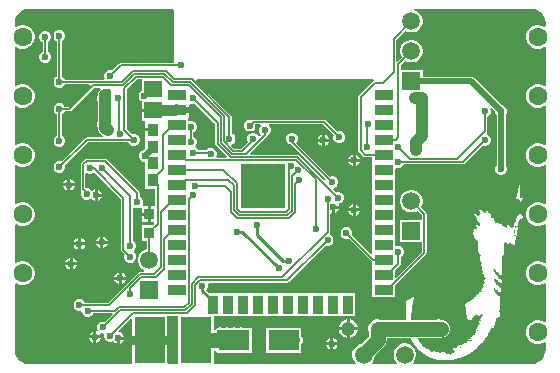
<source format=gtl>
G04*
G04 #@! TF.GenerationSoftware,Altium Limited,Altium Designer,21.5.1 (32)*
G04*
G04 Layer_Physical_Order=1*
G04 Layer_Color=255*
%FSLAX44Y44*%
%MOMM*%
G71*
G04*
G04 #@! TF.SameCoordinates,B91B0A49-5265-4CE8-ADDE-7D571FFDE220*
G04*
G04*
G04 #@! TF.FilePolarity,Positive*
G04*
G01*
G75*
%ADD13R,3.7000X3.7000*%
%ADD14R,1.5000X0.9000*%
%ADD15R,0.9000X1.5000*%
%ADD16R,2.6000X4.0000*%
%ADD17R,2.5500X1.7500*%
%ADD18R,0.9000X0.9500*%
%ADD19R,1.5000X1.4500*%
%ADD20R,0.9500X1.0500*%
%ADD30C,1.6000*%
%ADD33C,1.0160*%
%ADD34C,1.2700*%
%ADD35C,0.5080*%
%ADD36C,0.1270*%
%ADD37C,0.9652*%
%ADD38C,0.2540*%
%ADD39C,1.2000*%
%ADD40C,1.5000*%
%ADD41R,1.5000X1.5000*%
%ADD42C,0.6000*%
G36*
X442790Y302495D02*
X445155Y301515D01*
X447283Y300093D01*
X449093Y298283D01*
X450515Y296155D01*
X451495Y293790D01*
X451990Y291303D01*
X451962Y290046D01*
X451965Y290023D01*
X451961Y290000D01*
X451961Y287859D01*
X450691Y287261D01*
X448860Y288319D01*
X446316Y289000D01*
X443684D01*
X441140Y288319D01*
X438860Y287002D01*
X436998Y285140D01*
X435681Y282860D01*
X435000Y280317D01*
Y277684D01*
X435681Y275140D01*
X436998Y272860D01*
X438860Y270998D01*
X441140Y269681D01*
X443684Y269000D01*
X446316D01*
X448860Y269681D01*
X450693Y270740D01*
X451963Y270144D01*
X451967Y237851D01*
X450697Y237258D01*
X448860Y238319D01*
X446316Y239000D01*
X443684D01*
X441140Y238319D01*
X438860Y237002D01*
X436998Y235140D01*
X435681Y232860D01*
X435000Y230317D01*
Y227684D01*
X435681Y225140D01*
X436998Y222860D01*
X438860Y220998D01*
X441140Y219681D01*
X443684Y219000D01*
X446316D01*
X448860Y219681D01*
X450699Y220744D01*
X451969Y220151D01*
X451973Y187843D01*
X450703Y187254D01*
X448860Y188319D01*
X446316Y189000D01*
X443684D01*
X441140Y188319D01*
X438860Y187002D01*
X436998Y185140D01*
X435681Y182860D01*
X435000Y180317D01*
Y177684D01*
X435681Y175140D01*
X436998Y172860D01*
X438860Y170998D01*
X441140Y169681D01*
X443684Y169000D01*
X446316D01*
X448860Y169681D01*
X450705Y170747D01*
X451975Y170159D01*
X451979Y137836D01*
X450709Y137251D01*
X448860Y138319D01*
X446316Y139000D01*
X443684D01*
X441140Y138319D01*
X438860Y137002D01*
X436998Y135140D01*
X435681Y132860D01*
X435000Y130316D01*
Y127683D01*
X435681Y125140D01*
X436998Y122860D01*
X438860Y120998D01*
X441140Y119682D01*
X443684Y119000D01*
X446316D01*
X448860Y119682D01*
X450711Y120751D01*
X451982Y120167D01*
X451985Y87828D01*
X450715Y87247D01*
X448860Y88319D01*
X446316Y89000D01*
X443684D01*
X441140Y88319D01*
X438860Y87002D01*
X436998Y85140D01*
X435681Y82860D01*
X435000Y80316D01*
Y77684D01*
X435681Y75140D01*
X436998Y72860D01*
X438860Y70998D01*
X441140Y69682D01*
X443684Y69000D01*
X446316D01*
X448860Y69682D01*
X450718Y70754D01*
X451988Y70175D01*
X451992Y37820D01*
X450722Y37244D01*
X448860Y38319D01*
X446316Y39000D01*
X443684D01*
X441140Y38319D01*
X438860Y37002D01*
X436998Y35140D01*
X435681Y32860D01*
X435000Y30317D01*
Y27683D01*
X435681Y25140D01*
X436998Y22860D01*
X438860Y20998D01*
X441140Y19682D01*
X443684Y19000D01*
X446316D01*
X448860Y19682D01*
X450723Y20758D01*
X451994Y20183D01*
X451994Y15000D01*
Y13720D01*
X451495Y11210D01*
X450515Y8845D01*
X449093Y6717D01*
X447283Y4907D01*
X445155Y3485D01*
X442790Y2505D01*
X440303Y2010D01*
X439046Y2039D01*
X439023Y2034D01*
X439000Y2039D01*
X339762Y2031D01*
X339236Y3301D01*
X340102Y4167D01*
X341353Y6333D01*
X342000Y8749D01*
Y11251D01*
X341353Y13667D01*
X340102Y15833D01*
X338333Y17602D01*
X336167Y18853D01*
X333751Y19500D01*
X331249D01*
X328833Y18853D01*
X326667Y17602D01*
X324898Y15833D01*
X323647Y13667D01*
X323000Y11251D01*
Y8749D01*
X323647Y6333D01*
X324898Y4167D01*
X325765Y3300D01*
X325239Y2030D01*
X304760Y2028D01*
X304233Y3298D01*
X305102Y4167D01*
X306353Y6333D01*
X307000Y8749D01*
Y9253D01*
X314935Y17188D01*
X314935Y17188D01*
X316156Y18779D01*
X316924Y20633D01*
X317186Y22622D01*
Y24314D01*
X337542D01*
Y24052D01*
X337681D01*
Y23773D01*
X337821D01*
Y23494D01*
X337821D01*
X338657Y21821D01*
X338777Y21611D01*
X339215Y20845D01*
X339215Y20845D01*
X339848Y19837D01*
X339912Y19730D01*
X340191Y19312D01*
X340888Y18336D01*
X340957Y18266D01*
X341306Y17778D01*
X341724Y17221D01*
X341724Y17220D01*
X341727Y17217D01*
X342282Y16523D01*
X342421Y16384D01*
X342504Y16285D01*
X343119Y15547D01*
X345489Y13177D01*
X345628Y13038D01*
X345628Y13038D01*
X346604Y12201D01*
X347301Y11644D01*
X347770Y11292D01*
X348416Y10807D01*
X349253Y10250D01*
Y10250D01*
X349532D01*
Y10110D01*
X349671D01*
Y9971D01*
X349950D01*
Y9831D01*
X350089D01*
Y9692D01*
X350368D01*
Y9552D01*
X350584D01*
X350647Y9510D01*
Y9413D01*
X350787Y9333D01*
Y9274D01*
X351623Y8855D01*
X352041Y8576D01*
X352320Y8437D01*
X353157Y8019D01*
X354132Y7601D01*
X354412Y7461D01*
X354830Y7461D01*
Y7322D01*
X355109D01*
Y7182D01*
X355527D01*
Y7043D01*
X355945D01*
Y6903D01*
X356085D01*
X356224Y6903D01*
Y6764D01*
X356642D01*
Y6625D01*
X356909D01*
X357200Y6517D01*
Y6485D01*
X358036Y6206D01*
X358608Y6043D01*
X359012Y5928D01*
X359179Y5900D01*
X359367Y5868D01*
X360546Y5649D01*
X359849Y5788D01*
X360031D01*
X360546Y5649D01*
X360546Y5649D01*
X361243Y5509D01*
X362219Y5370D01*
Y5370D01*
X363474D01*
Y5230D01*
X366262D01*
Y5091D01*
X367099D01*
Y5230D01*
X369748D01*
Y5370D01*
X371142D01*
Y5370D01*
X372118Y5509D01*
X372395Y5555D01*
X372954Y5649D01*
X373560Y5788D01*
X373651D01*
Y5809D01*
X374166Y5928D01*
X374348D01*
Y6067D01*
X374906D01*
Y6206D01*
X375464D01*
Y6346D01*
X376021D01*
Y6485D01*
X376579D01*
Y6625D01*
X376997D01*
Y6764D01*
X377555D01*
Y6903D01*
X377695D01*
X377834Y6903D01*
X377973D01*
Y7043D01*
X378392D01*
Y7182D01*
X378810D01*
Y7322D01*
X379228D01*
Y7461D01*
X379646D01*
Y7601D01*
X380065D01*
Y7740D01*
X380344D01*
Y7879D01*
X380762D01*
Y8019D01*
X381041D01*
Y8158D01*
X381459D01*
Y8298D01*
X381738D01*
Y8298D01*
X382063Y8437D01*
X382156D01*
Y8437D01*
X382714Y8716D01*
X383689Y9134D01*
X383790Y9184D01*
X384526Y9552D01*
X384526D01*
X384667Y9633D01*
X384786Y9692D01*
X384805D01*
X385781Y10250D01*
X386059Y10389D01*
X386060Y10389D01*
X386060Y10389D01*
X386339Y10528D01*
X387035Y10947D01*
X387036Y10947D01*
X387733Y11365D01*
Y11393D01*
X388151Y11644D01*
X388151Y11644D01*
X388569Y11923D01*
X388569Y11923D01*
X388987Y12201D01*
X388988D01*
X389824Y12759D01*
X390103Y13038D01*
X390103Y13038D01*
X390242Y13038D01*
Y13108D01*
X390382Y13177D01*
Y13177D01*
X390521Y13289D01*
X390800Y13456D01*
X390939Y13595D01*
X390939Y13596D01*
Y13596D01*
X391079Y13735D01*
X391358Y13874D01*
X391859Y14293D01*
X392055Y14432D01*
X392891Y15129D01*
X393815Y15966D01*
X393867D01*
Y16105D01*
X394007D01*
Y16244D01*
X394146D01*
Y16384D01*
X394285D01*
Y16523D01*
X394425D01*
Y16663D01*
X394564D01*
Y16802D01*
X394704D01*
Y16942D01*
X394843D01*
Y17081D01*
X394982D01*
Y17220D01*
X395122D01*
Y17360D01*
X395261D01*
Y17499D01*
X395401D01*
Y17639D01*
X395540D01*
Y17778D01*
X395680D01*
Y17918D01*
X395819D01*
Y18057D01*
X395958D01*
Y18196D01*
X396098D01*
Y18336D01*
X396237D01*
Y18475D01*
X396377D01*
Y18615D01*
X396516D01*
Y18754D01*
X396656D01*
Y18894D01*
X396795D01*
Y19033D01*
X396934D01*
Y19172D01*
X397074D01*
Y19451D01*
X397213D01*
Y19451D01*
X397353Y19591D01*
Y19591D01*
X398050Y20288D01*
X398747Y21124D01*
X398834Y21233D01*
X399305Y21821D01*
X399508Y22126D01*
X399673Y22329D01*
X399862Y22518D01*
X400280Y23076D01*
X400699Y23634D01*
X401396Y24610D01*
X401888Y25348D01*
X402232Y25864D01*
X402581Y26388D01*
X402790Y26701D01*
X403160Y27318D01*
X404045Y28792D01*
X404045D01*
Y28827D01*
X404184Y29071D01*
X404184D01*
Y29350D01*
X404324D01*
Y29629D01*
X404463D01*
Y29908D01*
X404602D01*
Y30187D01*
X404742D01*
Y30269D01*
X404848Y30465D01*
X404881D01*
X405299Y31302D01*
X405718Y32138D01*
X405718Y32185D01*
X405787Y32346D01*
X406833Y32696D01*
X407251D01*
X407809Y33811D01*
X408183Y34685D01*
X408347Y35066D01*
X408367Y35066D01*
X408646Y35763D01*
X409019Y36879D01*
X409064D01*
X409064Y37297D01*
X409203D01*
Y37715D01*
X409343D01*
Y38273D01*
X409482D01*
Y38691D01*
X409622D01*
Y39249D01*
X409761D01*
Y39806D01*
X409900Y39806D01*
Y40504D01*
X410040D01*
Y41048D01*
X410187Y41155D01*
X411155Y41479D01*
X411434D01*
X412410Y41898D01*
X412689D01*
X412689Y46078D01*
X412689Y46220D01*
X412689D01*
X412549Y47335D01*
X412915Y48450D01*
X413242Y48777D01*
X413386Y48869D01*
X413386D01*
Y50123D01*
X413246Y50263D01*
X413246Y50960D01*
X413107Y51657D01*
X412967Y52263D01*
Y52354D01*
X412968Y52354D01*
X412828Y53624D01*
X412828Y55421D01*
X412828Y55421D01*
X412982Y56628D01*
X413107Y56955D01*
X413525Y56955D01*
X413525Y57513D01*
X413386Y57652D01*
X413386Y58225D01*
Y59046D01*
X413246Y59148D01*
Y59186D01*
X413232Y59201D01*
Y59125D01*
X413093D01*
Y59355D01*
X413049Y59404D01*
X412954D01*
Y59618D01*
X412889Y59682D01*
X412814D01*
Y59822D01*
X412675D01*
Y60100D01*
X412536D01*
Y60212D01*
X412257Y60305D01*
Y60100D01*
X412397D01*
X412397Y59404D01*
X412257D01*
Y59682D01*
X412118D01*
Y59961D01*
X411979D01*
Y60100D01*
X411840D01*
Y60441D01*
X411789Y60440D01*
X411601D01*
X411522Y60497D01*
X411422Y60608D01*
Y60379D01*
X411561D01*
Y59822D01*
X411422D01*
Y60100D01*
X411283D01*
Y60379D01*
X411143D01*
Y60657D01*
X411004D01*
Y60797D01*
X410865D01*
Y61075D01*
X410726D01*
Y61431D01*
X410676Y61493D01*
X410586D01*
Y61729D01*
X410572Y61771D01*
X410447D01*
Y62113D01*
X410179D01*
X410168Y62121D01*
Y60936D01*
X410029D01*
Y61354D01*
X409890D01*
Y61632D01*
X409751D01*
Y62050D01*
X409611D01*
Y62598D01*
X409560Y62642D01*
X409510Y63025D01*
X409472D01*
Y63164D01*
X409333D01*
Y62607D01*
X409193D01*
Y63025D01*
X409054D01*
Y63303D01*
X408915Y63303D01*
Y64000D01*
X408776D01*
Y64418D01*
X408636D01*
Y63582D01*
X408497D01*
Y64278D01*
X408358D01*
Y65114D01*
X408219D01*
Y65950D01*
X408079D01*
Y66089D01*
X408219D01*
Y66228D01*
X408358D01*
Y66089D01*
X408497D01*
Y65950D01*
X408636D01*
Y65671D01*
X408776D01*
Y65393D01*
X408915D01*
X408915Y65114D01*
X409054D01*
Y64975D01*
X409193D01*
Y64836D01*
X409333D01*
Y64557D01*
X409472Y64557D01*
Y64418D01*
X409611D01*
Y64348D01*
X409690Y64418D01*
X409611D01*
X409611Y64975D01*
X409751D01*
Y64557D01*
X409890D01*
Y64352D01*
X409900Y64344D01*
X410168Y64121D01*
Y64975D01*
X410308D01*
Y64418D01*
X410447Y64418D01*
Y63889D01*
X410480Y63861D01*
X410586Y63861D01*
Y63773D01*
X410648Y63721D01*
X410726D01*
Y63657D01*
X410737Y63647D01*
X411004D01*
Y64418D01*
X410865D01*
Y64836D01*
X411004D01*
Y64557D01*
X411143D01*
Y64139D01*
X411283D01*
Y64000D01*
X411422D01*
Y63721D01*
X411561Y63721D01*
Y63582D01*
X411700D01*
Y63443D01*
X411840D01*
Y63294D01*
X411992Y63229D01*
X412131Y63149D01*
Y63095D01*
X412131Y63089D01*
X412270Y62894D01*
X412270Y62811D01*
X412347Y62746D01*
X412397D01*
Y62705D01*
X412410Y62694D01*
Y62671D01*
X412667Y62329D01*
X412675D01*
Y62317D01*
X412689Y62299D01*
Y62253D01*
X412828Y62113D01*
X413107D01*
X413232Y62164D01*
Y62189D01*
X413093D01*
Y62746D01*
X412954D01*
Y63164D01*
X413093D01*
Y62886D01*
X413232D01*
Y62607D01*
X413372D01*
Y62329D01*
X413511D01*
Y62275D01*
X413804Y62392D01*
Y62764D01*
X413845Y62818D01*
X413943Y62950D01*
X413943Y62950D01*
X413943Y63037D01*
Y64065D01*
X414083Y64205D01*
X414083D01*
X414083Y65878D01*
X413943Y65979D01*
Y66089D01*
X413789D01*
Y66445D01*
X413488Y66646D01*
X413372D01*
Y66724D01*
X413279Y66785D01*
X413232D01*
Y67007D01*
X412954Y67286D01*
Y66646D01*
X412814D01*
Y66925D01*
X412675D01*
Y67064D01*
X412536D01*
Y67203D01*
X412397D01*
X412397Y67621D01*
X412257D01*
Y67995D01*
X412236Y68039D01*
X412118D01*
Y68250D01*
X411979Y68278D01*
Y67899D01*
X411840D01*
Y68178D01*
X411700D01*
X411700Y68317D01*
X411561D01*
Y68431D01*
X411283Y68510D01*
Y68317D01*
X411422D01*
Y67760D01*
X411283D01*
Y68039D01*
X411143D01*
Y68178D01*
X411004D01*
Y68596D01*
X410865D01*
Y68801D01*
X410573Y69014D01*
X410447D01*
Y69363D01*
X410319Y69363D01*
X410179Y69363D01*
X410168Y69378D01*
Y69014D01*
X410029D01*
Y69431D01*
X409890Y69431D01*
Y69768D01*
X409715Y70014D01*
X409611Y70220D01*
Y69988D01*
X409472D01*
X409472Y70406D01*
X409333D01*
Y70787D01*
X409320Y70824D01*
X409193D01*
Y71205D01*
X409135Y71381D01*
X409054D01*
Y71938D01*
X408915D01*
X408915Y72635D01*
X408776D01*
Y72495D01*
X408636D01*
Y72217D01*
X408776D01*
Y71381D01*
X408497D01*
Y72077D01*
X408358D01*
Y73470D01*
X408219D01*
Y73609D01*
X408358D01*
Y74027D01*
X408219D01*
Y74445D01*
X408079D01*
Y75002D01*
X407940D01*
X407940Y75281D01*
X408219D01*
Y74724D01*
X408358D01*
Y74306D01*
X408497Y74306D01*
Y73888D01*
X408636D01*
Y73470D01*
X408776D01*
Y73331D01*
X408915D01*
Y73052D01*
X409054D01*
Y72635D01*
X409193D01*
Y72356D01*
X409333D01*
Y71938D01*
X409472Y71938D01*
X409472Y74306D01*
X409611D01*
Y73052D01*
X409751D01*
Y72635D01*
X409890D01*
Y72217D01*
X409940D01*
X410045Y72291D01*
X410308D01*
Y72913D01*
X410447Y72913D01*
Y73609D01*
X410586D01*
Y72291D01*
X410622D01*
X410726Y72238D01*
Y72356D01*
X410865D01*
Y72774D01*
X411004D01*
Y73749D01*
X411143D01*
Y72774D01*
X411283D01*
Y72356D01*
X411422D01*
X411422Y72077D01*
X411561D01*
Y71799D01*
X411700D01*
X411700Y71521D01*
X411840D01*
Y71328D01*
X411852Y71315D01*
X412131Y71036D01*
Y70897D01*
X412270Y70804D01*
Y70618D01*
X412328Y70616D01*
X412587Y70587D01*
X412675Y70513D01*
Y70685D01*
X412536Y70685D01*
Y70963D01*
X412397D01*
Y71381D01*
X412536D01*
Y71103D01*
X412675D01*
Y70824D01*
X412814D01*
X412814Y70546D01*
X412954D01*
Y70281D01*
X412970Y70267D01*
X413093D01*
Y70165D01*
X413138Y70128D01*
X413232D01*
Y70049D01*
X413386Y69921D01*
X413525Y69781D01*
Y69781D01*
X413789D01*
Y70128D01*
X413650D01*
Y70546D01*
X413789D01*
Y70267D01*
X413929D01*
Y69988D01*
X414068D01*
Y69781D01*
X414501D01*
Y70491D01*
X414501D01*
Y71440D01*
X414641Y71594D01*
X414641Y71746D01*
Y72988D01*
X414641D01*
X414437Y73192D01*
X414347Y73192D01*
Y73282D01*
X414068Y73561D01*
Y73470D01*
X413929D01*
Y73609D01*
X413789D01*
Y73749D01*
X413650D01*
Y73888D01*
X413511Y73888D01*
X413511Y74114D01*
X413441Y74167D01*
X413372D01*
Y74306D01*
X413232D01*
Y74527D01*
X412827Y74662D01*
X412814Y74675D01*
Y74584D01*
X412954D01*
Y74027D01*
X412814D01*
Y74167D01*
X412675D01*
Y74445D01*
X412536D01*
Y74724D01*
X412397D01*
Y75085D01*
X412118Y75196D01*
Y74724D01*
X411979D01*
X411979Y75002D01*
X411840D01*
Y75281D01*
X411700D01*
Y75420D01*
X411561D01*
Y75791D01*
X411283Y76125D01*
Y75699D01*
X411143D01*
Y75838D01*
X411004D01*
X411004Y76256D01*
X410865D01*
Y76636D01*
X410846Y76673D01*
X410726D01*
Y77091D01*
X410586D01*
Y76952D01*
X410447D01*
Y77231D01*
X410308D01*
Y77370D01*
X410168D01*
Y77788D01*
X410029D01*
Y77927D01*
X409890D01*
Y78345D01*
X409751D01*
Y78484D01*
X409611D01*
Y77509D01*
X409472D01*
Y77788D01*
X409333D01*
Y78205D01*
X409193D01*
Y78623D01*
X409054D01*
Y79041D01*
X408915D01*
Y79320D01*
X408776D01*
Y79459D01*
X408636D01*
Y79598D01*
X408497D01*
Y79737D01*
X408358D01*
Y80016D01*
X408219D01*
Y80295D01*
X408079D01*
Y80712D01*
X407940D01*
Y80991D01*
X407801D01*
X407801Y81409D01*
X407662D01*
X407662Y81966D01*
X407522D01*
X407522Y82383D01*
X407383D01*
Y82662D01*
X407522D01*
Y82523D01*
X407662D01*
Y82383D01*
X407801D01*
X407801Y82105D01*
X408079D01*
Y81826D01*
X408219D01*
Y81687D01*
X408358D01*
Y81548D01*
X408497Y81548D01*
X408497Y81409D01*
X408637D01*
X408636Y81269D01*
X408776D01*
Y81130D01*
X408915D01*
X408915Y81548D01*
X408776D01*
Y82523D01*
X408915D01*
X408915Y82244D01*
X409054D01*
Y80991D01*
X409193D01*
Y80573D01*
X409333D01*
Y80295D01*
X409472D01*
Y81130D01*
X409611D01*
Y81548D01*
X409751D01*
Y80155D01*
X409890D01*
Y79877D01*
X410029D01*
Y79459D01*
X410168D01*
Y79180D01*
X410308D01*
Y78902D01*
X410447D01*
X410447Y78623D01*
X410586D01*
Y78066D01*
X410726D01*
Y77509D01*
X410865D01*
Y77436D01*
X410898Y77509D01*
X410865D01*
Y79737D01*
X410726D01*
Y80155D01*
X411004D01*
Y79320D01*
X411143D01*
Y78902D01*
X411283D01*
Y78623D01*
X411422D01*
Y78358D01*
X411433Y78365D01*
X411458Y78355D01*
X411476Y78345D01*
X411561D01*
Y78293D01*
X411573Y78286D01*
X411744Y78243D01*
X411840Y78206D01*
Y78762D01*
X411979D01*
Y78484D01*
X412118D01*
Y77954D01*
X412140Y77927D01*
X412257D01*
Y77779D01*
X412362Y77648D01*
X412397D01*
Y77605D01*
X412410Y77589D01*
X412410Y77589D01*
X412462Y77554D01*
X412500Y77509D01*
X412536D01*
Y77466D01*
X412549Y77450D01*
X412549Y77450D01*
X412627Y77403D01*
X412649Y77370D01*
X412675D01*
Y77330D01*
X412689Y77310D01*
X412751Y77279D01*
X412828Y77171D01*
X412967Y77115D01*
Y77031D01*
X413232Y76965D01*
Y77509D01*
X413372D01*
Y77091D01*
X413511D01*
Y76701D01*
X413533Y76673D01*
X413650D01*
Y76526D01*
X413755Y76395D01*
X413789D01*
Y76352D01*
X413804Y76334D01*
X413883Y76256D01*
X413929D01*
Y76210D01*
X414222Y75916D01*
X414486Y75916D01*
Y76673D01*
X414528D01*
X414580Y76802D01*
X414699Y77053D01*
X414706Y77067D01*
X414780Y77171D01*
X414780Y78244D01*
Y79959D01*
X414641D01*
Y83723D01*
X414501Y83723D01*
Y85118D01*
X414501D01*
X414362Y85257D01*
X414362Y86916D01*
X414381Y87587D01*
X414780Y88185D01*
X414780D01*
X414780Y92786D01*
X414780D01*
X414652Y93139D01*
X414912Y93549D01*
X415213Y93968D01*
X416453Y94040D01*
X416732D01*
Y94598D01*
X416649Y94619D01*
X416592Y95016D01*
X416535Y95018D01*
X416453Y95028D01*
X416453Y95435D01*
X416314D01*
Y95853D01*
X416314D01*
X416064Y97038D01*
X416138Y97916D01*
X416314Y98223D01*
X416314Y99199D01*
X416174Y99234D01*
X416174Y101430D01*
X416035D01*
Y103660D01*
X416035Y103660D01*
X416035D01*
X416286Y104908D01*
X416871Y105333D01*
X417414D01*
X417791Y105292D01*
X418180Y105203D01*
X418963Y104915D01*
X419102Y104776D01*
X419102D01*
X420217Y103660D01*
X420636D01*
X420636Y104063D01*
X420733Y104435D01*
X421551Y104946D01*
X421827Y104980D01*
X422129Y104813D01*
X422440Y104599D01*
X422727Y104358D01*
X423284Y103939D01*
X423703Y103660D01*
X424115Y103413D01*
X424400Y103242D01*
X424462Y103227D01*
X424679Y103103D01*
X424743Y103092D01*
X424958Y102963D01*
X425515Y102963D01*
X425655Y103521D01*
X425794Y104497D01*
X425934Y105473D01*
X426073Y106309D01*
X426073D01*
Y106674D01*
X426074Y106685D01*
X426185Y107146D01*
X426212D01*
X426338Y107772D01*
X426431Y108239D01*
X426491Y108540D01*
X426631Y109376D01*
X426656Y109576D01*
X426770Y110074D01*
X426772Y110131D01*
X426813Y110493D01*
X427049Y111468D01*
Y111650D01*
X427150Y112087D01*
X427188Y112165D01*
X427467Y113559D01*
X427607Y114117D01*
X427607D01*
Y114953D01*
X427746D01*
Y115275D01*
X427832Y115650D01*
X427885D01*
Y115881D01*
X428025Y116487D01*
X428164Y117463D01*
X428164Y117784D01*
X428304Y118996D01*
Y119275D01*
X428443Y119554D01*
X428443Y120290D01*
Y121606D01*
X428520Y121924D01*
X428582D01*
Y121924D01*
X428722Y122761D01*
X429140D01*
Y123419D01*
X429167Y123531D01*
X429837Y124573D01*
Y124573D01*
X430886Y125105D01*
X431309Y125189D01*
X431729Y125470D01*
X432010Y125890D01*
X432108Y126386D01*
Y127083D01*
X432010Y127578D01*
X431729Y127998D01*
X431309Y128279D01*
X430813Y128378D01*
X430395D01*
X429698Y129534D01*
Y129592D01*
X429280D01*
X428861Y129174D01*
X428164Y128338D01*
X427607Y127640D01*
X427328Y127083D01*
X427188Y126664D01*
X426919Y125724D01*
X426909Y125689D01*
X426631Y124573D01*
X426491Y123737D01*
X426491D01*
X426491Y122770D01*
X426073Y121645D01*
X425097Y121227D01*
X424679D01*
X424679Y119930D01*
X424539Y118718D01*
Y118250D01*
X424469Y118107D01*
X424400Y118021D01*
X423989Y117658D01*
X423245Y117296D01*
X422898Y117490D01*
X422309Y117881D01*
X421472Y118718D01*
Y118718D01*
X421333D01*
Y118857D01*
X421193D01*
Y119136D01*
X421054D01*
Y119275D01*
X420914D01*
Y119415D01*
X419939Y119415D01*
X419939Y119554D01*
X419799Y119610D01*
X419799Y119694D01*
X419660Y119728D01*
X419660Y119833D01*
X419241D01*
Y118728D01*
X418813Y117625D01*
X417568Y117742D01*
X417365Y117810D01*
X417290Y117850D01*
Y117881D01*
X416604Y118273D01*
X416174Y118578D01*
X415972Y118713D01*
X415655Y118943D01*
X415616Y118996D01*
X415059Y119443D01*
X414501Y120112D01*
X414362Y120158D01*
Y120251D01*
X414222Y120286D01*
Y120391D01*
X413763Y120505D01*
X412967Y120809D01*
X412476Y121167D01*
X412391Y121229D01*
X411992Y121790D01*
Y122482D01*
X411573D01*
X411573Y122273D01*
X411434Y122203D01*
Y121813D01*
X411295Y121645D01*
Y121597D01*
X410916Y121248D01*
X409507Y121325D01*
X409482Y121367D01*
X409133Y121890D01*
X408801Y122426D01*
X408756Y122503D01*
X408453Y123044D01*
X408415Y123123D01*
X408248Y123533D01*
X407992Y124294D01*
X407809Y125088D01*
X407809Y125131D01*
X407670Y125432D01*
Y125689D01*
X407551Y125689D01*
X407391Y125689D01*
X407164Y125721D01*
X406333Y125897D01*
X405793Y126346D01*
X405439Y127007D01*
Y127083D01*
X405336D01*
X405299Y128337D01*
X405299Y128895D01*
X405160Y129035D01*
X405160Y129035D01*
X404184Y129732D01*
X403626Y130150D01*
X403480Y130296D01*
X402666Y131142D01*
X402662Y131146D01*
X401934Y132061D01*
X401814Y132241D01*
X401762Y132259D01*
X401675Y132381D01*
X401396Y132381D01*
X401256Y132381D01*
X401256Y131265D01*
X401276Y130854D01*
X401275Y130851D01*
X401144Y130545D01*
X400882Y130254D01*
X400172Y129857D01*
X400094Y129846D01*
X399165Y130429D01*
X398329Y131265D01*
Y131265D01*
X398189D01*
X398189Y131544D01*
X398050D01*
Y131684D01*
X397910D01*
Y131823D01*
X397771D01*
Y131962D01*
X397644D01*
X397631Y131980D01*
Y132102D01*
X397631D01*
X397353Y132437D01*
Y132520D01*
X397353D01*
X397213Y132660D01*
X396516Y133635D01*
X396516Y133636D01*
X396480Y133637D01*
X396377Y133775D01*
X396377Y133775D01*
X396372Y133777D01*
X396237Y133977D01*
Y134054D01*
X396098Y134298D01*
Y134333D01*
X395680Y135030D01*
X395261D01*
Y133635D01*
X395286Y133635D01*
X395401Y133610D01*
X395401Y132520D01*
X395540Y132520D01*
X395540Y132199D01*
X395540Y132102D01*
X395680Y130986D01*
X395819Y130380D01*
Y130289D01*
X395819Y130289D01*
X395942Y129577D01*
X395830Y128515D01*
X395757Y128295D01*
X395680Y128198D01*
X395310Y127890D01*
X395034Y127798D01*
X394425Y127780D01*
X393449Y128477D01*
X393449Y128477D01*
X392612Y129035D01*
X392583Y129036D01*
X392389Y129174D01*
X392055Y129453D01*
X391971Y129481D01*
X391637Y129732D01*
X391218D01*
X391218Y129174D01*
X391357Y128895D01*
X391427Y128895D01*
X391497Y128616D01*
X391636Y128616D01*
X391636Y128337D01*
X391776Y128337D01*
X391776Y128059D01*
X391776Y128059D01*
X391915Y128059D01*
X391915Y127973D01*
X391915Y127780D01*
X392055Y127780D01*
X392055Y127775D01*
Y127501D01*
X392194D01*
Y127222D01*
X392333D01*
Y126943D01*
X392473D01*
Y126664D01*
X392612D01*
Y126386D01*
X392752D01*
Y126107D01*
X392891D01*
X392891Y125967D01*
X393031D01*
Y125689D01*
X393170D01*
Y125410D01*
X393309D01*
Y125131D01*
X393309D01*
X393449Y124887D01*
Y124852D01*
X393449D01*
X393867Y124155D01*
X394500Y123147D01*
X394564Y123040D01*
X395122Y122203D01*
X395261Y121994D01*
X395261Y121924D01*
X395680Y121367D01*
X395707Y121367D01*
X395819Y121227D01*
X395958Y121227D01*
X396237Y120948D01*
X396479Y120948D01*
X396516Y119694D01*
X396191Y119423D01*
X395334Y119318D01*
X394704Y119415D01*
X394007Y119694D01*
X393449Y119972D01*
X393297Y119998D01*
X393031Y120112D01*
X392612Y120112D01*
X392612Y119554D01*
X392752Y119275D01*
X392821Y119275D01*
X392891Y118996D01*
X393317Y118252D01*
X393448Y117383D01*
X393358Y117215D01*
X392925Y116756D01*
X392577Y116505D01*
X392620D01*
Y116226D01*
X392760D01*
Y116087D01*
X392899D01*
Y115808D01*
X392760D01*
Y115948D01*
X392620D01*
Y116087D01*
X392203D01*
Y116226D01*
X391924D01*
Y116365D01*
X391506D01*
Y116505D01*
X391228D01*
Y116644D01*
X390949D01*
Y116766D01*
X390660Y116766D01*
X390573Y116505D01*
X390671D01*
Y116365D01*
X390810D01*
Y116087D01*
X390949D01*
Y115948D01*
X390671D01*
X390671Y116087D01*
X390531D01*
Y116226D01*
X390400Y116226D01*
X390382Y116208D01*
X390382Y116208D01*
Y116087D01*
X390392D01*
Y115925D01*
X390424Y115911D01*
X390479Y115530D01*
X390531D01*
Y114694D01*
X390671D01*
Y114276D01*
X390810Y114276D01*
Y113998D01*
X390949D01*
Y113858D01*
X391088D01*
Y113719D01*
X391228D01*
Y113580D01*
X391367D01*
Y113441D01*
X391088D01*
Y113580D01*
X390949D01*
Y113719D01*
X390810D01*
Y113858D01*
X390531D01*
Y113998D01*
X390113D01*
Y114137D01*
X389997D01*
X389963Y114117D01*
X389963D01*
Y113719D01*
X389974D01*
Y113655D01*
X389993Y113580D01*
X390113D01*
Y113301D01*
X390063D01*
X390103Y113141D01*
Y112744D01*
X390113D01*
Y112556D01*
X390205Y112326D01*
X390253D01*
Y112208D01*
X390373Y111909D01*
X390392D01*
Y111854D01*
X390467Y111630D01*
X390531D01*
Y111437D01*
X390606Y111212D01*
X390671D01*
Y111019D01*
X390939Y110213D01*
X390939D01*
X391013Y110110D01*
X391079Y109934D01*
X391079D01*
X391358Y109586D01*
Y109516D01*
X391357D01*
X391730Y109051D01*
X392194Y108401D01*
X392612Y107843D01*
X392612Y107843D01*
X392671Y107770D01*
X392891Y107425D01*
X392971Y107393D01*
X393031Y107308D01*
X393031Y107285D01*
X393170Y107146D01*
X393588Y107146D01*
X394001Y106064D01*
X394007Y106031D01*
X394146Y105333D01*
X394285Y104776D01*
X394285Y104776D01*
X394425Y104218D01*
X394564Y102953D01*
X394564Y102406D01*
X394564Y102406D01*
Y101987D01*
X394564D01*
X394564Y101166D01*
X394495Y99966D01*
X394425Y99896D01*
X394425D01*
X394285Y99338D01*
X394197Y98634D01*
X394007Y97805D01*
X393867Y97247D01*
Y96968D01*
X393996Y96728D01*
X394013D01*
Y95853D01*
X394425D01*
X394431Y95842D01*
Y95893D01*
X394570D01*
Y96032D01*
X394709D01*
Y96171D01*
X394849D01*
Y96450D01*
X394988D01*
Y96589D01*
X395127D01*
Y96728D01*
X395266D01*
X395266Y96868D01*
X395406D01*
Y96589D01*
X395266D01*
Y96450D01*
X395127Y96450D01*
Y96171D01*
X394988D01*
Y94582D01*
X395016Y94500D01*
X395127D01*
Y94361D01*
X395266D01*
Y94639D01*
X395406D01*
Y94918D01*
X395545D01*
Y95196D01*
X395684Y95196D01*
Y95336D01*
X395824D01*
Y94918D01*
X395684D01*
Y94500D01*
X395545D01*
Y94082D01*
X395406Y94082D01*
Y93064D01*
X395680D01*
X395684Y93052D01*
Y93246D01*
X395824D01*
Y93386D01*
X395963D01*
X395963Y93664D01*
X396102D01*
Y93804D01*
X396241D01*
Y94082D01*
X396381D01*
Y94361D01*
X396659D01*
Y94221D01*
X396520D01*
Y93943D01*
X396381D01*
Y93525D01*
X396241D01*
Y93107D01*
X396102D01*
Y92132D01*
X395963D01*
Y90655D01*
X396098Y89482D01*
X396098Y88790D01*
X396102D01*
Y88597D01*
X396241Y88412D01*
Y88511D01*
X396381D01*
Y88651D01*
X396520D01*
Y88790D01*
X396659D01*
Y88929D01*
X396799D01*
Y89208D01*
X396938D01*
Y89347D01*
X397077D01*
Y89486D01*
X397216D01*
Y89208D01*
X397077D01*
Y88929D01*
X396938D01*
Y88790D01*
X396799D01*
Y88511D01*
X396659D01*
Y88233D01*
X396520D01*
Y87759D01*
X396659Y87480D01*
Y87536D01*
X396799D01*
Y87815D01*
X396938D01*
Y87954D01*
X397077D01*
Y88233D01*
X397216D01*
Y88372D01*
X397356D01*
Y88511D01*
X397495D01*
Y88651D01*
X397634D01*
Y88372D01*
X397495D01*
Y88233D01*
X397356D01*
Y88094D01*
X397216D01*
Y87815D01*
X397077D01*
Y87676D01*
X396938D01*
Y87258D01*
X396799D01*
Y86562D01*
X396795D01*
Y86372D01*
X396917Y86004D01*
X396938D01*
Y86144D01*
X397077D01*
Y86283D01*
X397216D01*
Y86562D01*
X397356D01*
Y86701D01*
X397495D01*
Y86979D01*
X397634D01*
Y87119D01*
X397773D01*
Y87258D01*
X397913D01*
Y86979D01*
X397773D01*
Y86701D01*
X397634D01*
Y86562D01*
X397495D01*
Y86422D01*
X397356D01*
X397356Y86144D01*
X397216D01*
Y85587D01*
X397077D01*
Y85030D01*
X397074D01*
Y84620D01*
X396938Y84562D01*
Y84002D01*
X397213D01*
X397275Y83916D01*
X397356D01*
Y84055D01*
X397495D01*
Y84194D01*
X397634D01*
Y84473D01*
X397773D01*
Y84612D01*
X397913D01*
Y84751D01*
X398052D01*
Y85030D01*
X398191D01*
Y85308D01*
X398330D01*
X398330Y85447D01*
X398470D01*
Y85169D01*
X398330D01*
Y84890D01*
X398191D01*
Y84612D01*
X398052D01*
X398052Y84194D01*
X397913D01*
Y82745D01*
X398050Y82608D01*
X398050Y81269D01*
X398052D01*
Y80648D01*
X398132Y80369D01*
X398154Y79877D01*
X398191D01*
Y80295D01*
X398330D01*
Y80434D01*
X398470D01*
Y80712D01*
X398609D01*
Y80851D01*
X398748D01*
Y80991D01*
X398888D01*
Y80712D01*
X398748D01*
Y80434D01*
X398609D01*
Y80295D01*
X398470D01*
Y79877D01*
X398330D01*
Y79320D01*
X398191D01*
Y78286D01*
X398323D01*
X398435Y78205D01*
X398470D01*
Y78345D01*
X398609Y78345D01*
X398748Y78345D01*
Y78205D01*
X398609D01*
Y78079D01*
X398627Y78066D01*
X398888D01*
X399027Y78066D01*
Y78205D01*
X399584D01*
Y78345D01*
X399723D01*
Y78484D01*
X400002D01*
Y78205D01*
X399723D01*
Y78066D01*
X399584D01*
X399584Y77788D01*
X399445D01*
Y77648D01*
X399305D01*
X399305Y77370D01*
X399166D01*
Y76952D01*
X399031D01*
X399027Y76941D01*
Y76673D01*
X398912D01*
X398888Y76616D01*
Y76395D01*
X398886D01*
Y76334D01*
X398959Y76116D01*
X399166D01*
Y76256D01*
X399445D01*
Y76395D01*
X399584D01*
Y76534D01*
X399862D01*
Y76395D01*
X399723D01*
Y76256D01*
X399584D01*
X399584Y76116D01*
X399445Y76116D01*
Y75977D01*
X399305D01*
Y75699D01*
X399166D01*
Y75495D01*
X399246Y75281D01*
X399305D01*
Y75420D01*
X399723D01*
Y75559D01*
X400002D01*
Y75699D01*
X400280D01*
X400280Y75838D01*
X400559D01*
Y75699D01*
X400420D01*
Y75559D01*
X400280D01*
X400280Y75420D01*
X400141D01*
Y75281D01*
X400002D01*
Y75142D01*
X399862D01*
Y75002D01*
X399723D01*
Y74724D01*
X399584D01*
Y74445D01*
X399560D01*
X399583Y74382D01*
Y74382D01*
X399655Y74167D01*
X399723D01*
Y74306D01*
X400141D01*
Y74445D01*
X400559D01*
Y74584D01*
X400698D01*
Y74724D01*
X400977D01*
Y74445D01*
X400698D01*
Y74306D01*
X400420D01*
Y74167D01*
X400280D01*
X400280Y74027D01*
X400141D01*
Y73749D01*
X400002D01*
Y73609D01*
X399862D01*
Y73192D01*
X400141D01*
Y73331D01*
X400420D01*
Y73192D01*
X400280D01*
X400280Y73052D01*
X400141D01*
Y72913D01*
X400002D01*
X399862Y72913D01*
Y72774D01*
X399723D01*
Y72635D01*
X399584D01*
X399584Y72356D01*
X399445D01*
Y71938D01*
X399305D01*
X399305Y71521D01*
X399253D01*
X399245Y71455D01*
X399166D01*
Y71103D01*
X399095D01*
X399083Y71045D01*
X399027Y71037D01*
Y70685D01*
X399026D01*
Y70546D01*
X399166D01*
Y70685D01*
X399305Y70685D01*
X399445D01*
X399584Y70685D01*
X399584Y70824D01*
X399862D01*
Y70963D01*
X400002D01*
Y71103D01*
X400280D01*
Y71242D01*
X400559D01*
Y71381D01*
X400698D01*
Y71521D01*
X400977D01*
Y71381D01*
X400837D01*
Y71242D01*
X400698D01*
Y71103D01*
X400420D01*
Y70963D01*
X400280D01*
Y70824D01*
X400141D01*
X400141Y70685D01*
X400002D01*
Y70546D01*
X399862D01*
Y70406D01*
X399723D01*
Y70267D01*
X399584D01*
Y70128D01*
X399445Y70128D01*
Y69849D01*
X399305D01*
Y69710D01*
X399166D01*
Y69431D01*
X399027D01*
Y69153D01*
X398888D01*
Y68874D01*
X398748D01*
Y68596D01*
X398609D01*
Y68317D01*
X398470D01*
Y68039D01*
X398398D01*
X398384Y67969D01*
X398330D01*
Y67482D01*
X398470D01*
Y67621D01*
X399166D01*
Y67760D01*
X399305Y67760D01*
X399445D01*
Y67899D01*
X399584Y67899D01*
X399862D01*
Y68039D01*
X400002D01*
X400141Y68039D01*
Y67899D01*
X400002D01*
Y67760D01*
X399723D01*
Y67621D01*
X399445D01*
Y67482D01*
X399166D01*
Y67342D01*
X399027D01*
Y67203D01*
X398888D01*
Y67064D01*
X398609D01*
Y66785D01*
X398470D01*
Y66646D01*
X398330D01*
Y66507D01*
X398191D01*
Y66368D01*
X398052Y66367D01*
Y66228D01*
X397967D01*
X397938Y66157D01*
X397913D01*
Y66089D01*
X397888D01*
X397864Y66017D01*
X397773D01*
Y65671D01*
X398888D01*
X399027Y65671D01*
X399166Y65671D01*
Y65532D01*
X399027Y65532D01*
X398888Y65532D01*
X398748D01*
Y65393D01*
X398191D01*
Y65253D01*
X398052Y65253D01*
X397913Y65253D01*
Y65114D01*
X397773D01*
Y64975D01*
X397495D01*
Y64836D01*
X397356D01*
Y64696D01*
X397216Y64696D01*
X397158D01*
X397097Y64623D01*
X397077D01*
Y64557D01*
X396938D01*
Y64418D01*
X396799D01*
Y64278D01*
X396659D01*
Y64139D01*
X396516D01*
X396516Y63926D01*
X396469Y63861D01*
X396799D01*
Y63721D01*
X396938Y63721D01*
X397773D01*
Y63582D01*
X398052D01*
Y63443D01*
X396938D01*
Y63303D01*
X396799Y63303D01*
X396659D01*
X396520Y63303D01*
Y63164D01*
X396102D01*
Y63025D01*
X395963D01*
Y62886D01*
X395684D01*
Y62746D01*
X395485D01*
X395406Y62654D01*
Y62607D01*
X395545D01*
Y62468D01*
X395684Y62468D01*
X395824D01*
Y62329D01*
X397077D01*
Y62189D01*
X397216D01*
Y62329D01*
X397356D01*
Y62050D01*
X395266D01*
Y61911D01*
X394849D01*
Y61771D01*
X394512D01*
X394511Y61770D01*
X394431Y61744D01*
Y61632D01*
X394248D01*
X394152Y61474D01*
Y61354D01*
X395127D01*
Y61214D01*
X395406D01*
Y61075D01*
X394152D01*
Y61214D01*
X393983D01*
X393774Y61075D01*
X394013D01*
Y60936D01*
X393595D01*
Y60797D01*
X393362D01*
X393360Y60795D01*
X393317Y60778D01*
Y60657D01*
X393072D01*
X393038Y60643D01*
Y60518D01*
X392829D01*
X392760Y60448D01*
Y60379D01*
X392551D01*
X392481Y60309D01*
Y60240D01*
X392473D01*
X392473Y60162D01*
X392452Y60100D01*
X392481D01*
Y59961D01*
X392899D01*
Y59822D01*
X393456D01*
X393456Y59682D01*
X394709D01*
Y59543D01*
X394849D01*
Y59404D01*
X394292D01*
X394152Y59404D01*
X394013Y59404D01*
X393595D01*
X393456Y59404D01*
X393317Y59404D01*
X393038D01*
X392899Y59404D01*
Y59265D01*
X392481D01*
Y59125D01*
X392342D01*
X392203Y59125D01*
X392063Y59125D01*
Y58986D01*
X391795D01*
X391785Y58981D01*
Y58847D01*
X391516D01*
X391367Y58772D01*
Y58708D01*
X391298D01*
X391019Y58429D01*
X391367D01*
Y58290D01*
X391506Y58290D01*
X392203D01*
X392203Y58151D01*
X390741D01*
X390671Y58081D01*
Y58011D01*
X390661D01*
X390660Y57792D01*
X390531Y57675D01*
Y57593D01*
X391367D01*
Y57454D01*
X390810D01*
X390671Y57454D01*
X390531D01*
Y57315D01*
X390134D01*
X390113Y57296D01*
Y57176D01*
X390253Y57176D01*
X390392Y57176D01*
X390531Y57176D01*
X390671D01*
Y57036D01*
X390949D01*
Y56897D01*
X389696D01*
X389557Y56897D01*
X389468Y56897D01*
X389417Y56859D01*
Y56758D01*
X389282D01*
X389278Y56755D01*
Y56619D01*
X389069D01*
X388999Y56549D01*
Y56479D01*
X388930D01*
X388860Y56409D01*
Y56340D01*
X388791D01*
X388721Y56270D01*
Y56201D01*
X388652D01*
X388582Y56131D01*
Y56062D01*
X388721D01*
X388860Y56062D01*
Y55922D01*
X388582D01*
Y55783D01*
X388303D01*
Y55644D01*
X388024D01*
Y55504D01*
X387885D01*
Y55365D01*
X387607D01*
Y55226D01*
X387328D01*
Y55087D01*
X387189Y55087D01*
X386924D01*
X386910Y55080D01*
Y54947D01*
X386645D01*
X386632Y54941D01*
Y54808D01*
X386493Y54808D01*
X386367Y54808D01*
X386353Y54801D01*
Y54669D01*
X386088D01*
X386075Y54662D01*
Y54530D01*
X385810D01*
X385796Y54523D01*
Y54390D01*
X385559D01*
X385518Y54363D01*
Y54251D01*
X385378D01*
X385252Y54251D01*
X385239Y54244D01*
Y54112D01*
X385100D01*
Y54175D01*
X384526Y53888D01*
Y53888D01*
X384111Y53057D01*
X383829Y52633D01*
X383807Y52544D01*
X383689Y52354D01*
X383550Y52075D01*
Y51518D01*
X383810Y50912D01*
X383829Y50248D01*
X383829Y49705D01*
X384220Y49216D01*
X384387Y48493D01*
Y48172D01*
X384520Y47905D01*
X384526Y46638D01*
X384526Y45704D01*
Y43431D01*
X384665D01*
Y41898D01*
X384665D01*
X384944Y40225D01*
X385084Y40180D01*
X385084Y39388D01*
X385187Y39313D01*
X385223Y39013D01*
Y38691D01*
X385363Y38459D01*
X385363Y38273D01*
X385502Y38180D01*
Y38133D01*
X385641Y37994D01*
X385781D01*
X385821Y38011D01*
X385935Y38053D01*
Y38235D01*
X386075D01*
X386075Y38514D01*
X386214D01*
Y39349D01*
X386353D01*
Y39488D01*
X386214D01*
Y39767D01*
X386353D01*
Y39906D01*
X386493D01*
Y39767D01*
X386353Y39767D01*
Y39628D01*
X386493D01*
Y38792D01*
X386632D01*
Y38514D01*
X386771D01*
Y38356D01*
X386924Y38412D01*
X387050Y38347D01*
Y38514D01*
X387189D01*
Y38931D01*
X387328D01*
Y39906D01*
X387467D01*
Y40045D01*
X387607D01*
Y39628D01*
X387467D01*
Y38653D01*
X387607D01*
Y38235D01*
X387746D01*
Y37994D01*
X388012Y37994D01*
X388024Y38013D01*
Y38096D01*
X388079D01*
X388091Y38113D01*
X388151Y38133D01*
Y38203D01*
X388164Y38222D01*
Y38374D01*
X388265D01*
X388290Y38412D01*
Y38412D01*
X388303Y38434D01*
Y38514D01*
X388348D01*
X388442Y38678D01*
Y38792D01*
X388507D01*
X388582Y38922D01*
Y39070D01*
X388667D01*
X388721Y39165D01*
Y39210D01*
X388746D01*
X388848Y39388D01*
X388860Y39405D01*
Y39488D01*
X388920D01*
X388999Y39600D01*
Y39767D01*
X389119D01*
X389139Y39795D01*
Y40463D01*
X389278D01*
Y40045D01*
X389318D01*
X389545Y40364D01*
Y40364D01*
X389557Y40380D01*
Y40463D01*
X389617D01*
X389696Y40571D01*
Y40742D01*
X389820D01*
X389835Y40762D01*
Y40881D01*
X389921D01*
X389974Y40954D01*
Y41577D01*
X390113D01*
Y41856D01*
X390253D01*
Y41336D01*
X390255Y41340D01*
X390521D01*
X390531Y41350D01*
Y41438D01*
X390619D01*
X390671Y41490D01*
Y41717D01*
X390810D01*
Y42413D01*
X390949D01*
Y42552D01*
X391088D01*
X391088Y42134D01*
X390949D01*
Y41856D01*
X391037D01*
X391088Y41907D01*
Y41995D01*
X391176D01*
X391228Y42047D01*
Y42134D01*
X391316D01*
X391358Y42176D01*
X391358Y42176D01*
X391367Y42186D01*
Y42274D01*
X391455D01*
X391506Y42325D01*
Y42413D01*
X391594D01*
X391776Y42595D01*
X391776Y42595D01*
Y43157D01*
X391915Y43431D01*
Y43476D01*
X392309Y43604D01*
X393092Y43827D01*
X394146Y43710D01*
X394779Y43473D01*
X395401Y42787D01*
Y42734D01*
X395540Y42176D01*
X395958D01*
X396098Y42316D01*
X396377Y43013D01*
X396516Y43431D01*
X396516Y43431D01*
X396603Y43693D01*
X397291Y44509D01*
X397582Y44503D01*
X398426Y43416D01*
X398350Y43041D01*
X398231Y42895D01*
X398189Y42874D01*
X398146Y42831D01*
X398191D01*
Y42692D01*
X398052D01*
X398052Y42552D01*
X397914D01*
X397913Y42551D01*
Y42413D01*
X397794D01*
X397773Y42389D01*
Y42274D01*
X397675D01*
X397634Y42226D01*
Y42134D01*
X397556D01*
X397495Y42064D01*
Y41856D01*
X397356D01*
X397356Y41717D01*
X397216D01*
Y41577D01*
X397168D01*
X397146Y41488D01*
X397077Y41480D01*
Y41438D01*
X397074D01*
X397074Y41201D01*
X397013Y41020D01*
X397216D01*
Y41160D01*
X397634D01*
Y41299D01*
X397913D01*
Y41438D01*
X398330D01*
X398330Y41577D01*
X398609D01*
Y41717D01*
X399027D01*
Y41577D01*
X398748D01*
Y41438D01*
X398609Y41438D01*
X398470D01*
X398330Y41438D01*
Y41299D01*
X398052D01*
X398052Y41160D01*
X397773D01*
Y41020D01*
X397634D01*
Y40881D01*
X397495D01*
Y40742D01*
X397356D01*
Y40602D01*
X397077D01*
Y40463D01*
X396938D01*
Y40185D01*
X396799Y40185D01*
Y40045D01*
X396659D01*
Y39906D01*
X396536D01*
X396520Y39882D01*
Y39767D01*
X396443D01*
X396381Y39673D01*
Y39488D01*
X396241D01*
Y39349D01*
X396148D01*
X396102Y39258D01*
Y39210D01*
X396091D01*
X396037Y38885D01*
X395971Y38792D01*
X396241D01*
Y38931D01*
X396520D01*
Y39070D01*
X396659Y39071D01*
X396799D01*
Y39210D01*
X397077D01*
Y39349D01*
X397216D01*
Y39210D01*
X397356D01*
X397356Y39070D01*
X397077D01*
Y38931D01*
X396659D01*
Y38792D01*
X396381D01*
Y38653D01*
X396241D01*
Y38514D01*
X395963D01*
Y38374D01*
X395824D01*
Y38235D01*
X395684D01*
Y38096D01*
X395545D01*
Y37956D01*
X395406D01*
Y37817D01*
X395266D01*
Y37678D01*
X395129D01*
X395127Y37676D01*
Y37539D01*
X395024D01*
X394988Y37490D01*
Y37399D01*
X394920D01*
X394849Y37304D01*
Y37121D01*
X394709D01*
Y36981D01*
X394607D01*
X394570Y36933D01*
Y36703D01*
X394431D01*
Y36564D01*
X394319D01*
X394292Y36525D01*
Y36424D01*
X394220D01*
X394152Y36330D01*
Y36146D01*
X394146D01*
Y36042D01*
X394175Y36007D01*
X394709D01*
Y36146D01*
X395127D01*
Y36285D01*
X395545D01*
Y36424D01*
X395963D01*
Y36564D01*
X396241D01*
Y36703D01*
X396520D01*
Y36842D01*
X396938D01*
Y36703D01*
X396659D01*
Y36564D01*
X396381D01*
Y36424D01*
X396102D01*
Y36285D01*
X395824D01*
Y36146D01*
X395684D01*
Y36007D01*
X395545D01*
Y35867D01*
X395406D01*
Y35728D01*
X395266D01*
Y35589D01*
X395127D01*
Y35450D01*
X394988D01*
Y35171D01*
X394849D01*
Y35032D01*
X394709D01*
Y34753D01*
X394588D01*
X394570Y34727D01*
Y34614D01*
X394495D01*
X394431Y34518D01*
Y34335D01*
X394338D01*
X394292Y34242D01*
Y34057D01*
X394199D01*
X394152Y33964D01*
Y33778D01*
X394060D01*
X394013Y33685D01*
Y33500D01*
X393920D01*
X393874Y33407D01*
Y33221D01*
X393781D01*
X393735Y33128D01*
Y32943D01*
X393630D01*
X393595Y32883D01*
Y32664D01*
X393470D01*
X393456Y32639D01*
Y32386D01*
X393317Y32386D01*
Y32246D01*
X393232D01*
X393177Y32152D01*
Y31968D01*
X393068D01*
X393038Y31919D01*
Y31689D01*
X392901D01*
X392899Y31687D01*
Y31550D01*
X392817D01*
X392760Y31455D01*
Y31271D01*
X392667D01*
X392612Y31162D01*
X392546Y29920D01*
X392333Y29071D01*
X392306Y29006D01*
X391777Y27957D01*
X391776Y27956D01*
X391497Y27538D01*
X391221Y27055D01*
X390972Y26682D01*
X390965Y26676D01*
X391088Y26676D01*
Y26536D01*
X390949Y26536D01*
X390810D01*
Y26547D01*
X390797Y26536D01*
X390810D01*
Y26397D01*
X390671D01*
Y26258D01*
X390392D01*
Y26288D01*
X390386Y26285D01*
X390382Y26283D01*
X390346Y26258D01*
X390392D01*
Y26119D01*
X390253D01*
Y25979D01*
X389974D01*
Y25840D01*
X389717D01*
X389696Y25826D01*
Y25701D01*
X389557D01*
Y25561D01*
X389300D01*
X389278Y25547D01*
Y25422D01*
X389139D01*
Y25283D01*
X388882D01*
X388860Y25268D01*
Y25144D01*
X388721D01*
Y25004D01*
X388582D01*
Y24865D01*
X388303D01*
Y24726D01*
X388164D01*
Y24587D01*
X388024Y24587D01*
X387913Y24587D01*
X387885Y24564D01*
Y24447D01*
X387746D01*
Y24308D01*
X387607D01*
Y24169D01*
X387350D01*
X387328Y24154D01*
Y24029D01*
X387189Y24029D01*
Y23890D01*
X387152D01*
X387050Y23787D01*
Y23751D01*
X387885D01*
Y23890D01*
X388721D01*
Y24029D01*
X389139D01*
Y23890D01*
X388999D01*
Y23751D01*
X388442D01*
Y23612D01*
X387746D01*
Y23472D01*
X387328D01*
Y23333D01*
X386910D01*
Y23194D01*
X386493D01*
Y23054D01*
X386339D01*
Y22915D01*
X386353D01*
Y22776D01*
X386632D01*
Y22637D01*
X386910D01*
Y22497D01*
X387328D01*
Y22358D01*
X387467Y22358D01*
X387746D01*
Y22219D01*
X388303D01*
Y22080D01*
X388442D01*
X388582Y22080D01*
X388999D01*
Y21940D01*
X389557D01*
Y21801D01*
X388442D01*
Y21940D01*
X387607D01*
Y21801D01*
X386771D01*
Y21662D01*
X386353D01*
Y21523D01*
X386075D01*
Y21383D01*
X385741D01*
X385657Y21341D01*
Y21244D01*
X385518Y21244D01*
X385463D01*
X385378Y21202D01*
Y21105D01*
X385239Y21105D01*
X385223D01*
X385223Y20985D01*
X385202Y20965D01*
X385239D01*
Y20826D01*
X386910D01*
Y20687D01*
X387189D01*
Y20548D01*
X385657D01*
Y20408D01*
X385378D01*
X385239Y20408D01*
X385100D01*
Y20269D01*
X384403D01*
Y20130D01*
X384052D01*
X383986Y20108D01*
Y19991D01*
X383707D01*
Y19851D01*
X383296D01*
X383289Y19849D01*
Y19712D01*
X382938D01*
X382872Y19690D01*
Y19573D01*
X382538D01*
X382454Y19530D01*
Y19433D01*
X382260D01*
X382175Y19391D01*
Y19294D01*
X381981D01*
X381897Y19252D01*
Y19155D01*
X381703D01*
X381618Y19113D01*
Y19016D01*
X381424D01*
X381339Y18973D01*
Y18876D01*
X381146D01*
X381061Y18834D01*
X381061Y18737D01*
X380867D01*
X380782Y18695D01*
Y18598D01*
X380583D01*
X380504Y18564D01*
Y18459D01*
X380258D01*
X380225Y18445D01*
Y18319D01*
X379947D01*
Y18180D01*
X379808Y18180D01*
X379668Y18180D01*
Y18041D01*
X379324D01*
X379250Y18013D01*
Y17902D01*
X378972D01*
Y17762D01*
X378582D01*
X378554Y17752D01*
Y17623D01*
X378235D01*
X378136Y17534D01*
Y17484D01*
X377858D01*
Y17344D01*
X377524D01*
X377440Y17302D01*
Y17205D01*
X377245D01*
X377161Y17163D01*
X377161Y17066D01*
X376993D01*
X376989Y17053D01*
X376883Y16926D01*
Y16787D01*
X377022D01*
X377161Y16787D01*
X377301Y16787D01*
Y16648D01*
X377858D01*
Y16509D01*
X378276D01*
Y16370D01*
X378833D01*
Y16230D01*
X379529D01*
Y16091D01*
X379947D01*
Y15952D01*
X379111D01*
Y16091D01*
X376744D01*
Y15952D01*
X376047D01*
X376047Y16091D01*
X376186D01*
Y16247D01*
X375324Y15826D01*
X375324Y15826D01*
X374899Y15666D01*
X374025Y15408D01*
X373651D01*
Y14293D01*
X373651D01*
X373791Y14153D01*
X373809Y14138D01*
X374446Y13607D01*
X374594Y13473D01*
X374598Y13332D01*
X374488Y12062D01*
X373481Y11427D01*
X373372Y11365D01*
X372675Y11365D01*
X372572Y11004D01*
X372302Y10473D01*
X371938Y10170D01*
X371421Y10040D01*
X371406Y10039D01*
X370377Y10214D01*
X370027Y10389D01*
X369329Y10389D01*
X368632Y10302D01*
X368198Y10356D01*
X367796Y10528D01*
X367517Y10919D01*
Y10947D01*
X367238Y11318D01*
X367238Y11365D01*
X366820Y12341D01*
X366175Y12341D01*
X366020D01*
Y12331D01*
X364637D01*
X363474Y12201D01*
X363055Y12201D01*
X362707Y12052D01*
X362817D01*
Y11913D01*
X363095D01*
Y11774D01*
X363513D01*
Y11634D01*
X363931D01*
Y11495D01*
X364349D01*
Y11356D01*
X363792D01*
Y11495D01*
X363234D01*
Y11634D01*
X362538D01*
Y11774D01*
X361702D01*
Y11913D01*
X360867D01*
Y12015D01*
X360503Y12052D01*
X360031D01*
X360031Y12125D01*
X359630Y12191D01*
X359196D01*
Y12289D01*
X359018Y12331D01*
X358639D01*
Y12420D01*
X358423Y12470D01*
X358082D01*
Y12567D01*
X357934Y12609D01*
X357664D01*
Y12678D01*
X357382Y12749D01*
X357246D01*
Y12794D01*
X356995Y12888D01*
X356828D01*
Y12950D01*
X356621Y13027D01*
X356410D01*
Y13106D01*
X356248Y13166D01*
X356132D01*
Y13177D01*
X355945D01*
X355853Y13125D01*
Y12888D01*
X355992D01*
Y12470D01*
X356132D01*
X356132Y12052D01*
X356271D01*
Y11634D01*
X356410D01*
Y11495D01*
X356549D01*
Y11217D01*
X356410D01*
Y11356D01*
X356271D01*
Y11495D01*
X356132D01*
Y11774D01*
X355992D01*
Y11913D01*
X355853D01*
Y12052D01*
X355714D01*
Y12191D01*
X355435D01*
Y12331D01*
X355296D01*
Y12470D01*
X355157D01*
Y12609D01*
X355018D01*
Y12749D01*
X354739D01*
Y12888D01*
X354600D01*
Y13027D01*
X354321D01*
Y13166D01*
X354182D01*
Y13246D01*
X354089Y13306D01*
X354043D01*
Y13335D01*
X353871Y13445D01*
X353764D01*
Y13520D01*
X353675Y13584D01*
X353625D01*
Y13620D01*
X353480Y13723D01*
X353346D01*
Y13819D01*
X353285Y13863D01*
X353207D01*
Y13918D01*
X353090Y14002D01*
X352929D01*
Y14117D01*
X352921Y14123D01*
X352895Y14141D01*
X352789Y14141D01*
Y14217D01*
X352700Y14281D01*
X352650D01*
Y14316D01*
X352505Y14420D01*
X352371D01*
Y14515D01*
X352310Y14559D01*
X352232D01*
Y14615D01*
X352115Y14698D01*
X351954D01*
Y14813D01*
X351920Y14838D01*
X351814D01*
Y14880D01*
X351762Y14897D01*
X351499Y15116D01*
X351396D01*
Y15164D01*
X351209Y15239D01*
X351205Y15269D01*
X351091Y15307D01*
X351065Y15408D01*
X350787D01*
X350700Y15445D01*
Y15255D01*
X350839D01*
Y14977D01*
X350979D01*
X350979Y14698D01*
X351118D01*
Y14420D01*
X351257D01*
Y14141D01*
X351118Y14141D01*
Y14281D01*
X350979D01*
Y14559D01*
X350839D01*
Y14698D01*
X350700D01*
Y14977D01*
X350561D01*
X350561Y15116D01*
X350422D01*
X350422Y15255D01*
X350282D01*
Y15395D01*
X350143D01*
Y15673D01*
X350004D01*
Y15744D01*
X349811Y15826D01*
X349727Y15952D01*
X349725D01*
Y15955D01*
X349634Y16091D01*
X349586D01*
Y16163D01*
X349541Y16230D01*
X349447D01*
Y16358D01*
X349334Y16509D01*
X349308D01*
Y16544D01*
X349229Y16648D01*
X349168D01*
Y16729D01*
X349125Y16787D01*
X349029Y16787D01*
Y16908D01*
X348928Y17034D01*
X348905Y17066D01*
X348890D01*
Y17088D01*
X348806Y17205D01*
X348750D01*
Y17283D01*
X348706Y17344D01*
X348611D01*
Y17478D01*
X348507Y17623D01*
X348472D01*
Y17673D01*
X348408Y17762D01*
X348333D01*
Y17868D01*
X348209Y18041D01*
X348193D01*
Y18063D01*
X348110Y18180D01*
X348054D01*
Y18258D01*
X348010Y18319D01*
X347915D01*
Y18419D01*
X347719Y18615D01*
X347497D01*
Y18041D01*
X347636Y18041D01*
Y17484D01*
X347775D01*
Y17066D01*
X347915D01*
Y16648D01*
X347775D01*
Y16927D01*
X347636D01*
Y17205D01*
X347497D01*
Y17484D01*
X347358D01*
Y17762D01*
X347218D01*
Y17902D01*
X347079D01*
Y18180D01*
X346940Y18180D01*
Y18319D01*
X346801D01*
Y18598D01*
X346661D01*
Y18737D01*
X346522D01*
Y18935D01*
X346456Y19016D01*
X346383Y19016D01*
Y19107D01*
X346344Y19155D01*
X346244D01*
Y19280D01*
X346232Y19294D01*
X346104D01*
Y19452D01*
X346007Y19573D01*
X345965D01*
Y19625D01*
X345895Y19712D01*
X345826D01*
Y19797D01*
X345782Y19851D01*
X345686Y19851D01*
Y19978D01*
X345572Y20130D01*
X345547D01*
Y20163D01*
X345468Y20269D01*
X345408D01*
Y20349D01*
X345363Y20408D01*
X345269Y20408D01*
Y20537D01*
X345158Y20687D01*
X345129D01*
Y20727D01*
X345056Y20826D01*
X344990D01*
Y20916D01*
X344954Y20965D01*
X344851Y20965D01*
X344851Y21106D01*
X344749Y21244D01*
X344712D01*
Y21295D01*
X344647Y21383D01*
X344572D01*
Y21487D01*
X344447Y21662D01*
X344433D01*
Y21682D01*
X344348Y21801D01*
X344294D01*
Y21877D01*
X344234Y21961D01*
X344155Y22080D01*
X344155D01*
Y22080D01*
X344062Y22219D01*
X344015D01*
Y22289D01*
X343876Y22497D01*
X343876D01*
Y22498D01*
X343783Y22637D01*
X343737D01*
Y22707D01*
X343676Y22797D01*
X343666Y22806D01*
X343537Y23000D01*
Y23076D01*
X343544Y23194D01*
X343458D01*
Y23472D01*
X343319D01*
Y23751D01*
X343180D01*
Y23890D01*
X343458D01*
Y23612D01*
X343570D01*
X343575Y23687D01*
X343811Y24314D01*
X359247D01*
X360005Y24000D01*
X361995D01*
X362753Y24314D01*
X363000D01*
X364989Y24576D01*
X366843Y25344D01*
X368435Y26565D01*
X369656Y28157D01*
X369959Y28888D01*
X370239Y29168D01*
X371000Y31005D01*
Y32995D01*
X370239Y34832D01*
X369959Y35113D01*
X369656Y35843D01*
X368435Y37435D01*
X366843Y38656D01*
X364989Y39424D01*
X363000Y39686D01*
X362753D01*
X361995Y40000D01*
X360005D01*
X359247Y39686D01*
X338042D01*
X337960Y40922D01*
Y45662D01*
X338100D01*
Y46917D01*
X338239Y47056D01*
X338239D01*
X338378Y48032D01*
X338378Y48268D01*
Y48680D01*
X338305D01*
Y48541D01*
X338166D01*
Y48819D01*
X338378D01*
Y49287D01*
X338518Y49705D01*
X338657Y50263D01*
Y50305D01*
X338936Y51518D01*
X339215Y52494D01*
X339354Y52912D01*
X339354Y53706D01*
Y54585D01*
X339383Y54813D01*
X339610Y55873D01*
X339806Y56394D01*
Y56511D01*
X339850D01*
X339912Y56676D01*
X339945Y56754D01*
Y56790D01*
X339961D01*
X340084Y57078D01*
Y57207D01*
X340140D01*
X340224Y57403D01*
Y57485D01*
X340259D01*
X340330Y57652D01*
X340363Y57717D01*
X340363Y58042D01*
X340470D01*
X340470Y58289D01*
X340502Y58303D01*
Y58459D01*
X340625D01*
X340641Y58572D01*
Y58598D01*
X340645D01*
X340682Y58859D01*
X340748Y58907D01*
X340748Y59325D01*
X340667Y59433D01*
X340641D01*
Y59294D01*
X340502D01*
Y59155D01*
X340224D01*
Y59712D01*
X340363D01*
Y59840D01*
X340354Y59851D01*
X340084D01*
Y59712D01*
X339945Y59712D01*
Y59573D01*
X339806D01*
Y59433D01*
X339667D01*
Y59294D01*
X339389D01*
Y59155D01*
X339249D01*
Y59016D01*
X339110D01*
Y58877D01*
X338832D01*
Y58738D01*
X338693D01*
Y58598D01*
X338554D01*
Y58459D01*
X338414D01*
Y58320D01*
X338275D01*
Y58181D01*
X338136D01*
Y58042D01*
X337997D01*
Y57903D01*
X337858D01*
Y57764D01*
X337719D01*
Y57625D01*
X337580D01*
Y57485D01*
X337301D01*
Y57723D01*
X337023Y57518D01*
Y57485D01*
X336884D01*
Y57346D01*
X336745D01*
Y57207D01*
X336605D01*
Y56929D01*
X336466D01*
Y56790D01*
X336327D01*
Y56650D01*
X336188D01*
Y56511D01*
X336049D01*
Y56233D01*
X335910D01*
Y56094D01*
X335771D01*
Y55955D01*
X335492D01*
Y56511D01*
X335631D01*
Y57346D01*
X335771D01*
Y58181D01*
X335910D01*
Y58258D01*
X335869Y58296D01*
X335869Y58297D01*
X335869Y58489D01*
X335771D01*
Y58320D01*
X335631D01*
Y58181D01*
X335492D01*
Y57903D01*
X335353D01*
Y57625D01*
X335214D01*
Y57485D01*
X335075D01*
Y57207D01*
X334936D01*
Y56929D01*
X334796D01*
Y56650D01*
X334657D01*
Y56372D01*
X334518D01*
Y56094D01*
X334325D01*
X334307Y56054D01*
X333777Y55003D01*
X333777D01*
X333741Y53748D01*
X333638D01*
Y52494D01*
X333499D01*
Y51099D01*
X333359D01*
Y49426D01*
X333220Y49287D01*
X333220D01*
Y41340D01*
X333359D01*
Y39686D01*
X311726D01*
X310553Y40000D01*
X308447D01*
X306412Y39455D01*
X304588Y38402D01*
X303098Y36912D01*
X302045Y35088D01*
X301500Y33053D01*
Y30947D01*
X301814Y29774D01*
Y25806D01*
X295237Y19229D01*
X293833Y18853D01*
X291667Y17602D01*
X289898Y15833D01*
X288647Y13667D01*
X288000Y11251D01*
Y8749D01*
X288647Y6333D01*
X289898Y4167D01*
X290768Y3297D01*
X290242Y2027D01*
X171398Y2018D01*
X170500Y2916D01*
Y13000D01*
X170995D01*
X171980Y13408D01*
X173250Y12560D01*
Y11250D01*
X202750D01*
Y32750D01*
X195598D01*
X194995Y33000D01*
X193005D01*
X192402Y32750D01*
X189598D01*
X188995Y33000D01*
X187005D01*
X186402Y32750D01*
X183598D01*
X182995Y33000D01*
X181005D01*
X180402Y32750D01*
X177598D01*
X176995Y33000D01*
X175005D01*
X174402Y32750D01*
X173250D01*
Y32273D01*
X173168Y32239D01*
X171770Y30841D01*
X171718Y30842D01*
X170500Y31106D01*
Y42900D01*
X290650D01*
Y61900D01*
X167013D01*
X164492Y64421D01*
X165239Y65168D01*
X166000Y67005D01*
Y68995D01*
X165672Y69788D01*
X166520Y71058D01*
X233000D01*
X233743Y71206D01*
X234373Y71627D01*
X265116Y102369D01*
X266005Y102000D01*
X267995D01*
X269832Y102761D01*
X271239Y104168D01*
X272000Y106005D01*
Y107995D01*
X271239Y109832D01*
X269832Y111239D01*
X269089Y111546D01*
X268916Y111808D01*
X268683Y113090D01*
X268794Y113257D01*
X268942Y114000D01*
Y129480D01*
X270212Y130329D01*
X270730Y130114D01*
Y135000D01*
X272000D01*
Y136270D01*
X276886D01*
X276695Y136730D01*
X276995Y138000D01*
X278832Y138761D01*
X280239Y140168D01*
X281000Y142005D01*
Y143995D01*
X280239Y145832D01*
X278832Y147239D01*
X276995Y148000D01*
X275005D01*
X274116Y147631D01*
X271920Y149827D01*
X272382Y151161D01*
X273832Y151761D01*
X275239Y153168D01*
X276000Y155005D01*
Y156995D01*
X275239Y158832D01*
X273832Y160239D01*
X271995Y161000D01*
X270005D01*
X269116Y160631D01*
X240409Y189338D01*
X241239Y190168D01*
X242000Y192005D01*
Y193995D01*
X241239Y195832D01*
X239832Y197239D01*
X237995Y198000D01*
X236005D01*
X234168Y197239D01*
X232761Y195832D01*
X232000Y193995D01*
Y192005D01*
X232761Y190168D01*
X234168Y188761D01*
X236005Y188000D01*
X236253D01*
X265690Y158563D01*
X265557Y157986D01*
X264162Y157585D01*
X242913Y178833D01*
X242283Y179254D01*
X241540Y179402D01*
X201808D01*
X201322Y180576D01*
X215373Y194627D01*
X215795Y195257D01*
X215811Y195338D01*
X216832Y195761D01*
X218239Y197168D01*
X219000Y199005D01*
Y200995D01*
X218239Y202832D01*
X217283Y203788D01*
X217810Y205058D01*
X263195D01*
X272369Y195884D01*
X272000Y194995D01*
Y193005D01*
X272761Y191168D01*
X274168Y189761D01*
X276005Y189000D01*
X277995D01*
X279832Y189761D01*
X281239Y191168D01*
X282000Y193005D01*
Y194995D01*
X281239Y196832D01*
X279832Y198239D01*
X277995Y199000D01*
X276005D01*
X275116Y198631D01*
X265373Y208373D01*
X264743Y208794D01*
X264000Y208942D01*
X204937D01*
X204937Y208942D01*
X204193Y208794D01*
X203563Y208373D01*
X203547Y208357D01*
X201995Y209000D01*
X200005D01*
X198168Y208239D01*
X196761Y206832D01*
X196000Y204995D01*
Y203005D01*
X196761Y201168D01*
X198168Y199761D01*
X200005Y199000D01*
X201995D01*
X203832Y199761D01*
X205239Y201168D01*
X206000Y203005D01*
Y204995D01*
X206042Y205058D01*
X210191D01*
X210717Y203788D01*
X209761Y202832D01*
X209000Y200995D01*
Y199005D01*
X209761Y197168D01*
X211091Y195838D01*
X210045Y194791D01*
X208547Y195089D01*
X208239Y195832D01*
X206832Y197239D01*
X204995Y198000D01*
X203005D01*
X201168Y197239D01*
X199761Y195832D01*
X199000Y193995D01*
Y192005D01*
X199662Y190408D01*
X193736Y184482D01*
X187857D01*
X185503Y186836D01*
X185801Y188334D01*
X186832Y188761D01*
X188239Y190168D01*
X189000Y192005D01*
Y193995D01*
X188239Y195832D01*
X186832Y197239D01*
X185942Y197607D01*
Y211000D01*
X185794Y211743D01*
X185373Y212373D01*
X185373Y212374D01*
X155920Y241827D01*
X156406Y243000D01*
X305386D01*
X306171Y241822D01*
X306160Y241730D01*
X305627Y241373D01*
X305627Y241373D01*
X293627Y229373D01*
X293206Y228743D01*
X293058Y228000D01*
Y183000D01*
X293206Y182257D01*
X293627Y181627D01*
X297626Y177627D01*
X297627Y177627D01*
X298257Y177206D01*
X299000Y177058D01*
X305000D01*
Y172700D01*
Y160000D01*
Y147300D01*
Y134600D01*
Y121900D01*
Y109200D01*
Y95406D01*
X303827Y94920D01*
X287631Y111116D01*
X288000Y112005D01*
Y113995D01*
X287239Y115832D01*
X285832Y117239D01*
X283995Y118000D01*
X282005D01*
X280168Y117239D01*
X278761Y115832D01*
X278000Y113995D01*
Y112005D01*
X278761Y110168D01*
X280168Y108761D01*
X282005Y108000D01*
X283995D01*
X284884Y108369D01*
X304327Y88927D01*
X304957Y88505D01*
X305000Y88497D01*
Y83800D01*
Y71100D01*
Y58400D01*
X324000D01*
Y68653D01*
X350373Y95027D01*
X350794Y95657D01*
X350942Y96400D01*
Y129000D01*
X350794Y129743D01*
X350373Y130373D01*
X345960Y134787D01*
X346853Y136333D01*
X347500Y138749D01*
Y141251D01*
X346853Y143667D01*
X345602Y145833D01*
X343833Y147602D01*
X341667Y148853D01*
X339251Y149500D01*
X336749D01*
X334333Y148853D01*
X332167Y147602D01*
X330398Y145833D01*
X329147Y143667D01*
X328500Y141251D01*
Y138749D01*
X329147Y136333D01*
X330398Y134167D01*
X332167Y132398D01*
X334333Y131147D01*
X336749Y130500D01*
X339251D01*
X341667Y131147D01*
X343213Y132040D01*
X347058Y128195D01*
Y124100D01*
X328500D01*
Y105100D01*
X347058D01*
Y97205D01*
X325173Y75320D01*
X324000Y75806D01*
Y81353D01*
X328373Y85726D01*
X328373Y85727D01*
X328795Y86357D01*
X328942Y87100D01*
Y92393D01*
X329832Y92761D01*
X331239Y94168D01*
X332000Y96005D01*
Y97995D01*
X331239Y99832D01*
X329832Y101239D01*
X327995Y102000D01*
X326005D01*
X325270Y101695D01*
X324000Y102544D01*
Y109200D01*
Y121900D01*
Y134600D01*
Y147300D01*
Y160000D01*
Y167456D01*
X325270Y168305D01*
X326005Y168000D01*
X327995D01*
X329832Y168761D01*
X331239Y170168D01*
X331607Y171058D01*
X381500D01*
X382243Y171206D01*
X382873Y171627D01*
X398366Y187119D01*
X399255Y186750D01*
X401245D01*
X403082Y187511D01*
X404489Y188918D01*
X405250Y190755D01*
Y192745D01*
X404489Y194582D01*
X403082Y195989D01*
X401986Y196443D01*
X401623Y197877D01*
X402044Y198507D01*
X402192Y199250D01*
Y211393D01*
X403082Y211761D01*
X404489Y213168D01*
X405250Y215005D01*
Y216995D01*
X404921Y217789D01*
X405997Y218509D01*
X409000Y215506D01*
Y215005D01*
X409761Y213168D01*
X410115Y212814D01*
Y170186D01*
X409761Y169832D01*
X409000Y167995D01*
Y166005D01*
X409761Y164168D01*
X411168Y162761D01*
X413005Y162000D01*
X414995D01*
X416832Y162761D01*
X418239Y164168D01*
X419000Y166005D01*
Y167995D01*
X418239Y169832D01*
X417885Y170186D01*
Y212814D01*
X418239Y213168D01*
X419000Y215005D01*
Y216995D01*
X418239Y218832D01*
X416832Y220239D01*
X414995Y221000D01*
X414494D01*
X391147Y244347D01*
X389887Y245189D01*
X388400Y245485D01*
X347500D01*
Y251100D01*
X328942D01*
Y255196D01*
X332787Y259040D01*
X334333Y258147D01*
X336749Y257500D01*
X339251D01*
X341667Y258147D01*
X343833Y259398D01*
X345602Y261167D01*
X346853Y263333D01*
X347500Y265749D01*
Y268251D01*
X346853Y270667D01*
X345602Y272833D01*
X343833Y274602D01*
X341667Y275853D01*
X339251Y276500D01*
X336749D01*
X334333Y275853D01*
X332167Y274602D01*
X330398Y272833D01*
X329147Y270667D01*
X328500Y268251D01*
Y265749D01*
X329147Y263333D01*
X330040Y261787D01*
X326212Y257959D01*
X324942Y258485D01*
Y276595D01*
X332787Y284440D01*
X334333Y283547D01*
X336749Y282900D01*
X339251D01*
X341667Y283547D01*
X343833Y284798D01*
X345602Y286567D01*
X346853Y288733D01*
X347500Y291149D01*
Y293651D01*
X346853Y296067D01*
X345602Y298233D01*
X343833Y300002D01*
X341667Y301253D01*
X339936Y301716D01*
X340103Y302987D01*
X439000Y302994D01*
X440280D01*
X442790Y302495D01*
D02*
G37*
G36*
X14954Y302961D02*
X14977Y302966D01*
X15000Y302961D01*
X136102Y302970D01*
X137000Y302072D01*
Y256942D01*
X92000D01*
X92000Y256942D01*
X91257Y256794D01*
X90627Y256373D01*
X84885Y250631D01*
X83995Y251000D01*
X82005D01*
X80168Y250239D01*
X78761Y248832D01*
X78000Y246995D01*
Y245005D01*
X78328Y244212D01*
X77480Y242942D01*
X44607D01*
X44239Y243832D01*
X42832Y245239D01*
X41942Y245607D01*
Y275393D01*
X42832Y275761D01*
X44239Y277168D01*
X45000Y279005D01*
Y280995D01*
X44239Y282832D01*
X42832Y284239D01*
X40995Y285000D01*
X39005D01*
X37168Y284239D01*
X35761Y282832D01*
X35000Y280995D01*
Y279005D01*
X35761Y277168D01*
X37168Y275761D01*
X38058Y275393D01*
Y245607D01*
X37168Y245239D01*
X35761Y243832D01*
X35000Y241995D01*
Y240005D01*
X35761Y238168D01*
X37168Y236761D01*
X39005Y236000D01*
X40995D01*
X42832Y236761D01*
X44239Y238168D01*
X44607Y239058D01*
X65152D01*
X65637Y237884D01*
X47695Y219942D01*
X44607D01*
X44239Y220832D01*
X42832Y222239D01*
X40995Y223000D01*
X39005D01*
X37168Y222239D01*
X35761Y220832D01*
X35000Y218995D01*
Y217005D01*
X35761Y215168D01*
X37168Y213761D01*
X38058Y213393D01*
Y195607D01*
X37168Y195239D01*
X35761Y193832D01*
X35000Y191995D01*
Y190005D01*
X35761Y188168D01*
X37168Y186761D01*
X39005Y186000D01*
X40995D01*
X42832Y186761D01*
X44239Y188168D01*
X45000Y190005D01*
Y191995D01*
X44239Y193832D01*
X42832Y195239D01*
X41942Y195607D01*
Y213393D01*
X42832Y213761D01*
X44239Y215168D01*
X44607Y216058D01*
X48500D01*
X49243Y216206D01*
X49873Y216627D01*
X69304Y236058D01*
X74464D01*
X74895Y234788D01*
X74471Y234463D01*
X73453Y233136D01*
X72813Y231591D01*
X72595Y229934D01*
Y229431D01*
X72000Y227995D01*
Y226005D01*
X72595Y224569D01*
Y207432D01*
X72000Y205995D01*
Y204005D01*
X72595Y202568D01*
Y202000D01*
X72813Y200342D01*
X73453Y198798D01*
X74471Y197471D01*
X76471Y195471D01*
X76808Y195212D01*
X76377Y193942D01*
X63000D01*
X62257Y193794D01*
X61627Y193373D01*
X41884Y173631D01*
X40995Y174000D01*
X39005D01*
X37168Y173239D01*
X35761Y171832D01*
X35000Y169995D01*
Y168005D01*
X35761Y166168D01*
X37168Y164761D01*
X39005Y164000D01*
X40995D01*
X42832Y164761D01*
X44239Y166168D01*
X45000Y168005D01*
Y169995D01*
X44631Y170884D01*
X63804Y190058D01*
X98393D01*
X98761Y189168D01*
X100168Y187761D01*
X102005Y187000D01*
X103995D01*
X105832Y187761D01*
X107239Y189168D01*
X108000Y191005D01*
Y192995D01*
X107239Y194832D01*
X105832Y196239D01*
X103995Y197000D01*
X102005D01*
X101116Y196631D01*
X96942Y200805D01*
Y234603D01*
X105397Y243058D01*
X109500D01*
Y233376D01*
X109168Y233239D01*
X107761Y231832D01*
X107000Y229995D01*
Y228005D01*
X107761Y226168D01*
X109168Y224761D01*
X109500Y224624D01*
Y218020D01*
X119000D01*
Y215480D01*
X109500D01*
Y207500D01*
X112250D01*
Y201520D01*
X119000D01*
Y198980D01*
X112250D01*
Y194270D01*
X112250Y193000D01*
X112250D01*
Y193000D01*
X112250D01*
Y183994D01*
X111756Y183500D01*
X111255D01*
X109418Y182739D01*
X108011Y181332D01*
X107250Y179494D01*
Y177505D01*
X108011Y175668D01*
X109418Y174261D01*
X111255Y173500D01*
X112250D01*
Y165000D01*
X112250D01*
X112250Y165000D01*
X112250Y163730D01*
Y150500D01*
X121173D01*
Y135500D01*
X117270D01*
Y128750D01*
Y122000D01*
X119718D01*
X120224Y120840D01*
X119554Y120000D01*
X109500D01*
Y106500D01*
X114058D01*
Y99315D01*
X112333Y98853D01*
X110167Y97602D01*
X108398Y95833D01*
X107147Y93667D01*
X106500Y91251D01*
Y88749D01*
X107147Y86333D01*
X108398Y84167D01*
X110167Y82398D01*
X111212Y81795D01*
X111649Y80104D01*
X111553Y79942D01*
X108000D01*
X107257Y79795D01*
X106627Y79373D01*
X81195Y53942D01*
X61607D01*
X61239Y54832D01*
X59832Y56239D01*
X57994Y57000D01*
X56005D01*
X54168Y56239D01*
X52761Y54832D01*
X52000Y52995D01*
Y51005D01*
X52761Y49168D01*
X54168Y47761D01*
X56005Y47000D01*
X57994D01*
X59000Y46328D01*
Y46005D01*
X59761Y44168D01*
X61168Y42761D01*
X63005Y42000D01*
X64995D01*
X66832Y42761D01*
X68239Y44168D01*
X68607Y45058D01*
X84651D01*
X85138Y43884D01*
X78885Y37631D01*
X77995Y38000D01*
X76005D01*
X74168Y37239D01*
X72761Y35832D01*
X72000Y33995D01*
Y32005D01*
X72524Y30741D01*
X71552Y29769D01*
X71270Y29886D01*
Y26270D01*
X74886D01*
X74476Y27259D01*
X75448Y28231D01*
X76005Y28000D01*
X77042D01*
X77999Y26995D01*
X78000Y26827D01*
Y25005D01*
X78761Y23168D01*
X80168Y21761D01*
X82005Y21000D01*
X83995D01*
X85562Y21649D01*
X85761Y21168D01*
X87168Y19761D01*
X88730Y19114D01*
Y24000D01*
X90000D01*
Y25270D01*
X94886D01*
X94239Y26832D01*
X92832Y28239D01*
X90995Y29000D01*
X90543D01*
X90017Y30270D01*
X100327Y40580D01*
X101500Y40094D01*
Y25810D01*
X131500D01*
Y43058D01*
X140500D01*
Y2016D01*
X132398Y2015D01*
X131500Y2913D01*
Y18190D01*
X101500D01*
Y2013D01*
X15000Y2006D01*
X13720D01*
X11210Y2505D01*
X8845Y3485D01*
X6717Y4907D01*
X4907Y6717D01*
X3485Y8845D01*
X2505Y11210D01*
X2010Y13698D01*
X2039Y14954D01*
X2034Y14977D01*
X2039Y15000D01*
X2032Y70149D01*
X3302Y70743D01*
X5140Y69682D01*
X7683Y69000D01*
X10316D01*
X12860Y69682D01*
X15140Y70998D01*
X17002Y72860D01*
X18319Y75140D01*
X19000Y77684D01*
Y80316D01*
X18319Y82860D01*
X17002Y85140D01*
X15140Y87002D01*
X12860Y88319D01*
X10316Y89000D01*
X7683D01*
X5140Y88319D01*
X3300Y87256D01*
X2030Y87848D01*
X2026Y120157D01*
X3296Y120746D01*
X5140Y119682D01*
X7683Y119000D01*
X10316D01*
X12860Y119682D01*
X15140Y120998D01*
X17002Y122860D01*
X18319Y125140D01*
X19000Y127683D01*
Y130316D01*
X18319Y132860D01*
X17002Y135140D01*
X15140Y137002D01*
X12860Y138319D01*
X10316Y139000D01*
X7683D01*
X5140Y138319D01*
X3294Y137253D01*
X2024Y137840D01*
X2020Y170165D01*
X3290Y170750D01*
X5140Y169681D01*
X7683Y169000D01*
X10316D01*
X12860Y169681D01*
X15140Y170998D01*
X17002Y172860D01*
X18319Y175140D01*
X19000Y177684D01*
Y180317D01*
X18319Y182860D01*
X17002Y185140D01*
X15140Y187002D01*
X12860Y188319D01*
X10316Y189000D01*
X7683D01*
X5140Y188319D01*
X3288Y187249D01*
X2018Y187832D01*
X2014Y220173D01*
X3284Y220753D01*
X5140Y219681D01*
X7683Y219000D01*
X10316D01*
X12860Y219681D01*
X15140Y220998D01*
X17002Y222860D01*
X18319Y225140D01*
X19000Y227684D01*
Y230317D01*
X18319Y232860D01*
X17002Y235140D01*
X15140Y237002D01*
X12860Y238319D01*
X10316Y239000D01*
X7683D01*
X5140Y238319D01*
X3282Y237246D01*
X2012Y237824D01*
X2008Y270181D01*
X3278Y270757D01*
X5140Y269681D01*
X7683Y269000D01*
X10316D01*
X12860Y269681D01*
X15140Y270998D01*
X17002Y272860D01*
X18319Y275140D01*
X19000Y277684D01*
Y280317D01*
X18319Y282860D01*
X17002Y285140D01*
X15140Y287002D01*
X12860Y288319D01*
X10316Y289000D01*
X7683D01*
X5140Y288319D01*
X3276Y287242D01*
X2006Y287817D01*
X2006Y290000D01*
Y291280D01*
X2505Y293790D01*
X3485Y296155D01*
X4907Y298283D01*
X6717Y300093D01*
X8845Y301515D01*
X11210Y302495D01*
X13697Y302990D01*
X14954Y302961D01*
D02*
G37*
G36*
X152005Y222000D02*
X153995D01*
X154885Y222369D01*
X171978Y205275D01*
Y188488D01*
X172125Y187745D01*
X172547Y187115D01*
X181625Y178036D01*
X181139Y176862D01*
X173487D01*
X172638Y178132D01*
X173000Y179005D01*
Y180995D01*
X172239Y182832D01*
X170832Y184239D01*
X168995Y185000D01*
X167005D01*
X165168Y184239D01*
X163871Y182942D01*
X157607D01*
X157239Y183832D01*
X155832Y185239D01*
X155296Y185461D01*
X155048Y186707D01*
X155509Y187168D01*
X156270Y189005D01*
Y190995D01*
X155509Y192832D01*
X154102Y194239D01*
X153212Y194607D01*
Y198393D01*
X154102Y198761D01*
X155509Y200168D01*
X156270Y202005D01*
Y203995D01*
X155509Y205832D01*
X154102Y207239D01*
X152265Y208000D01*
X150275D01*
X150056Y207909D01*
X149000Y208615D01*
Y210260D01*
X149540D01*
Y214760D01*
X139500D01*
Y219840D01*
X149540D01*
Y221730D01*
X150810Y222495D01*
X152005Y222000D01*
D02*
G37*
G36*
X430813Y126386D02*
X430395D01*
Y127083D01*
X430813D01*
Y126386D01*
D02*
G37*
G36*
X424931Y119290D02*
X425070D01*
X425210Y119290D01*
X425767D01*
X425906Y119290D01*
Y119151D01*
X426602D01*
Y119011D01*
X427299D01*
X427299Y118872D01*
X428134D01*
Y118594D01*
X427995Y118594D01*
Y118315D01*
X426881D01*
Y118454D01*
X426741Y118454D01*
X426602Y118454D01*
X426463Y118454D01*
X426185D01*
Y117619D01*
X426045Y117619D01*
Y116505D01*
X425906D01*
Y115669D01*
X425767D01*
Y114973D01*
X425627D01*
Y114137D01*
X425488D01*
Y113301D01*
X425349D01*
Y112187D01*
X425210D01*
Y111352D01*
X425488D01*
Y111212D01*
X426741D01*
Y110795D01*
X426602D01*
Y110377D01*
X426185D01*
Y110516D01*
X424792D01*
Y110655D01*
X424513D01*
Y110934D01*
X424374Y110934D01*
Y111491D01*
X424513D01*
Y112605D01*
X424652D01*
Y113441D01*
X424792D01*
Y113998D01*
X424931D01*
Y114555D01*
X425070D01*
Y115251D01*
X425210D01*
X425210Y115948D01*
X425349D01*
Y118594D01*
X425210D01*
X425070Y118594D01*
X424792D01*
Y118733D01*
X424652D01*
Y119011D01*
X424931D01*
Y119151D01*
X424792D01*
Y119429D01*
X424931D01*
Y119290D01*
D02*
G37*
G36*
X395963Y95475D02*
Y95336D01*
X395824D01*
Y95475D01*
X395963Y95475D01*
D02*
G37*
G36*
X397495Y89765D02*
X397356D01*
Y89904D01*
X397495D01*
Y89765D01*
D02*
G37*
G36*
X397356Y89486D02*
X397216D01*
Y89765D01*
X397356D01*
Y89486D01*
D02*
G37*
G36*
X398052Y87258D02*
X397913D01*
Y87397D01*
X398052D01*
Y87258D01*
D02*
G37*
G36*
X398609Y85447D02*
X398470D01*
Y85587D01*
X398609D01*
Y85447D01*
D02*
G37*
G36*
X399166Y81269D02*
X399027D01*
Y81409D01*
X399166D01*
Y81269D01*
D02*
G37*
G36*
X399027Y80991D02*
X398888D01*
Y81269D01*
X399027D01*
Y80991D01*
D02*
G37*
G36*
X400141Y78484D02*
X400002D01*
Y78623D01*
X400141D01*
Y78484D01*
D02*
G37*
G36*
X398888Y78345D02*
X398748D01*
Y78484D01*
X398888D01*
Y78345D01*
D02*
G37*
G36*
X400280Y76673D02*
X400141D01*
X400141Y76534D01*
X399862D01*
Y76673D01*
X400141D01*
Y76813D01*
X400280D01*
Y76673D01*
D02*
G37*
G36*
X400559Y73331D02*
X400420D01*
Y73470D01*
X400559D01*
Y73331D01*
D02*
G37*
G36*
X388999Y56062D02*
X388860D01*
Y56201D01*
X388999D01*
Y56062D01*
D02*
G37*
G36*
X397773Y39349D02*
X397634D01*
Y39488D01*
X397773D01*
Y39349D01*
D02*
G37*
G36*
X397634Y39210D02*
X397495D01*
Y39349D01*
X397634D01*
Y39210D01*
D02*
G37*
G36*
X397077Y36842D02*
X396938D01*
Y36981D01*
X397077D01*
Y36842D01*
D02*
G37*
G36*
X394709Y30993D02*
X394570Y30993D01*
Y30854D01*
X394292D01*
Y30714D01*
X394152D01*
Y30575D01*
X394013D01*
Y30436D01*
X393735D01*
Y30297D01*
X393595D01*
Y30157D01*
X393456D01*
X393456Y30018D01*
X393177D01*
Y29879D01*
X393038D01*
Y29739D01*
X392899D01*
Y29600D01*
X392760D01*
Y29461D01*
X392620D01*
Y29879D01*
X392760D01*
Y30157D01*
X393038D01*
Y30297D01*
X393317D01*
Y30436D01*
X393595D01*
Y30575D01*
X393735D01*
Y30714D01*
X394013D01*
Y30854D01*
X394152Y30854D01*
X394292Y30854D01*
Y30993D01*
X394570D01*
Y31132D01*
X394709D01*
Y30993D01*
D02*
G37*
G36*
X392342Y27233D02*
X392203D01*
Y27093D01*
X391924D01*
Y26954D01*
X391646D01*
Y26815D01*
X391506D01*
X391367Y26815D01*
Y26676D01*
X391088D01*
Y26815D01*
X391228D01*
Y26954D01*
X391506D01*
Y27093D01*
X391785D01*
Y27233D01*
X391924Y27233D01*
X392063D01*
Y27372D01*
X392342D01*
Y27233D01*
D02*
G37*
G36*
X343458Y21940D02*
X343319D01*
Y22080D01*
X343180D01*
Y22219D01*
X343458D01*
Y21940D01*
D02*
G37*
G36*
X343597Y21523D02*
X343458D01*
Y21662D01*
X343319D01*
Y21801D01*
X343597D01*
Y21523D01*
D02*
G37*
G36*
X348193Y15952D02*
X348054D01*
Y16230D01*
X347915D01*
Y16370D01*
X348193D01*
Y15952D01*
D02*
G37*
%LPC*%
G36*
X264770Y196386D02*
Y192770D01*
X268386D01*
X267739Y194332D01*
X266332Y195739D01*
X264770Y196386D01*
D02*
G37*
G36*
X262230D02*
X260668Y195739D01*
X259261Y194332D01*
X258614Y192770D01*
X262230D01*
Y196386D01*
D02*
G37*
G36*
X268386Y190230D02*
X264770D01*
Y186614D01*
X266332Y187261D01*
X267739Y188668D01*
X268386Y190230D01*
D02*
G37*
G36*
X262230D02*
X258614D01*
X259261Y188668D01*
X260668Y187261D01*
X262230Y186614D01*
Y190230D01*
D02*
G37*
G36*
X290770Y179386D02*
Y175770D01*
X294386D01*
X293739Y177332D01*
X292332Y178739D01*
X290770Y179386D01*
D02*
G37*
G36*
X288230D02*
X286668Y178739D01*
X285261Y177332D01*
X284614Y175770D01*
X288230D01*
Y179386D01*
D02*
G37*
G36*
X294386Y173230D02*
X290770D01*
Y169614D01*
X292332Y170261D01*
X293739Y171668D01*
X294386Y173230D01*
D02*
G37*
G36*
X288230D02*
X284614D01*
X285261Y171668D01*
X286668Y170261D01*
X288230Y169614D01*
Y173230D01*
D02*
G37*
G36*
X429001Y153991D02*
X428861Y152875D01*
Y152053D01*
X428722Y151899D01*
Y151179D01*
X428628Y151096D01*
X428582Y151063D01*
X428582Y150602D01*
X428496Y150228D01*
X428443Y150226D01*
X428304Y149390D01*
X428047Y148226D01*
X428025Y148135D01*
X428025Y148092D01*
X427854Y147351D01*
X427746Y146880D01*
D01*
X427607Y146183D01*
X427328Y145068D01*
X427328Y145029D01*
X427328Y144510D01*
X427188D01*
Y143953D01*
X427049D01*
Y143395D01*
X426909D01*
Y142977D01*
X426865D01*
Y142977D01*
X426770D01*
X426491Y141861D01*
X426491Y141304D01*
X426770Y141304D01*
X426770Y141373D01*
X427049Y141443D01*
X427049Y141489D01*
X427328Y141582D01*
X427328Y141628D01*
X427450Y141669D01*
X428106Y141861D01*
X428164D01*
Y141861D01*
X428582Y142001D01*
D01*
X429274Y142115D01*
X430326Y141360D01*
X430345Y141191D01*
X430256Y140606D01*
X429837Y140049D01*
X429698Y139909D01*
X429628Y139770D01*
X429419Y139491D01*
X429419Y139073D01*
X429977Y139073D01*
X430256Y139212D01*
X430256Y139212D01*
X430256Y139212D01*
X430534Y139352D01*
Y139407D01*
X430674Y139491D01*
X430674Y139630D01*
X430813Y139770D01*
X430813Y139874D01*
X430953Y140049D01*
X430953Y140132D01*
X431092Y140328D01*
X431092Y140432D01*
X431231Y140467D01*
X431231Y140699D01*
X431371Y140746D01*
X431371Y140978D01*
X431510Y141025D01*
X431510D01*
Y141243D01*
X431544Y141258D01*
X431650Y141304D01*
X431650Y141304D01*
Y141396D01*
X431789Y141443D01*
D01*
X431789D01*
Y141443D01*
X431790Y141457D01*
X431794Y141507D01*
X431794Y141509D01*
X431794Y141508D01*
X431795Y141526D01*
X431796Y141530D01*
X431794Y141509D01*
X431800Y141545D01*
X431838Y141692D01*
X431929Y141722D01*
X432002Y141979D01*
X432068Y142001D01*
X432096Y142140D01*
X432207Y142140D01*
Y142698D01*
X431135Y142887D01*
X430197Y143732D01*
X429765Y144164D01*
X429698Y144747D01*
Y147298D01*
X429837D01*
X429837Y148414D01*
X429779Y148806D01*
X429698Y149353D01*
X429698Y151760D01*
X429605Y151863D01*
X429558Y151926D01*
Y153572D01*
X429419Y153991D01*
X429001D01*
D02*
G37*
G36*
X290770Y137386D02*
Y133770D01*
X294386D01*
X293739Y135332D01*
X292332Y136739D01*
X290770Y137386D01*
D02*
G37*
G36*
X288230D02*
X286668Y136739D01*
X285261Y135332D01*
X284614Y133770D01*
X288230D01*
Y137386D01*
D02*
G37*
G36*
X276886Y133730D02*
X273270D01*
Y130114D01*
X274832Y130761D01*
X276239Y132168D01*
X276886Y133730D01*
D02*
G37*
G36*
X294386Y131230D02*
X290770D01*
Y127614D01*
X292332Y128261D01*
X293739Y129668D01*
X294386Y131230D01*
D02*
G37*
G36*
X288230D02*
X284614D01*
X285261Y129668D01*
X286668Y128261D01*
X288230Y127614D01*
Y131230D01*
D02*
G37*
G36*
X411979Y78205D02*
X411841D01*
X411951Y78162D01*
X411979Y78128D01*
Y78205D01*
D02*
G37*
G36*
X413372Y76952D02*
X413285D01*
X413316Y76944D01*
X413372Y76875D01*
Y76952D01*
D02*
G37*
G36*
X399862Y73192D02*
X399824D01*
X399755Y73052D01*
X399862D01*
Y73192D01*
D02*
G37*
G36*
X411143Y68599D02*
Y68596D01*
X411147D01*
X411143Y68599D01*
D02*
G37*
G36*
X412814Y67425D02*
Y67342D01*
X412897D01*
X412814Y67425D01*
D02*
G37*
G36*
X408497Y65810D02*
X408358D01*
Y65532D01*
X408497D01*
Y65810D01*
D02*
G37*
G36*
X395233Y62468D02*
X395086Y62329D01*
X395266D01*
Y62468D01*
X395233D01*
D02*
G37*
G36*
X390225Y41299D02*
X390113D01*
Y41145D01*
X390225Y41299D01*
D02*
G37*
G36*
X395963Y38781D02*
X395871Y38653D01*
X395963D01*
Y38781D01*
D02*
G37*
G36*
X285770Y39942D02*
Y33270D01*
X292442D01*
X291955Y35088D01*
X290902Y36912D01*
X289412Y38402D01*
X287588Y39455D01*
X285770Y39942D01*
D02*
G37*
G36*
X283230Y39942D02*
X281412Y39455D01*
X279588Y38402D01*
X278098Y36912D01*
X277045Y35088D01*
X276558Y33270D01*
X283230D01*
Y39942D01*
D02*
G37*
G36*
Y30730D02*
X276558D01*
X277045Y28912D01*
X278098Y27088D01*
X279588Y25598D01*
X281412Y24545D01*
X283230Y24058D01*
Y30730D01*
D02*
G37*
G36*
X292442D02*
X285770D01*
Y24058D01*
X287588Y24545D01*
X289412Y25598D01*
X290902Y27088D01*
X291955Y28912D01*
X292442Y30730D01*
D02*
G37*
G36*
X271689Y24305D02*
Y20689D01*
X275305D01*
X274658Y22252D01*
X273252Y23658D01*
X271689Y24305D01*
D02*
G37*
G36*
X269149D02*
X267587Y23658D01*
X266181Y22252D01*
X265534Y20689D01*
X269149D01*
Y24305D01*
D02*
G37*
G36*
X275305Y18149D02*
X271689D01*
Y14533D01*
X273252Y15181D01*
X274658Y16587D01*
X275305Y18149D01*
D02*
G37*
G36*
X269149D02*
X265534D01*
X266181Y16587D01*
X267587Y15181D01*
X269149Y14533D01*
Y18149D01*
D02*
G37*
G36*
X244750Y32750D02*
X215250D01*
Y28598D01*
X215000Y27995D01*
Y26005D01*
X215250Y25402D01*
Y18598D01*
X215000Y17995D01*
Y16005D01*
X215250Y15402D01*
Y11250D01*
X244750D01*
Y18679D01*
X245239Y19168D01*
X246000Y21005D01*
Y22995D01*
X245239Y24832D01*
X244750Y25321D01*
Y32750D01*
D02*
G37*
G36*
X28995Y284000D02*
X27005D01*
X25168Y283239D01*
X23761Y281832D01*
X23000Y279995D01*
Y278005D01*
X23761Y276168D01*
X25168Y274761D01*
X26058Y274393D01*
Y266607D01*
X25168Y266239D01*
X23761Y264832D01*
X23000Y262995D01*
Y261005D01*
X23761Y259168D01*
X25168Y257761D01*
X27005Y257000D01*
X28995D01*
X30832Y257761D01*
X32239Y259168D01*
X33000Y261005D01*
Y262995D01*
X32239Y264832D01*
X30832Y266239D01*
X29942Y266607D01*
Y274393D01*
X30832Y274761D01*
X32239Y276168D01*
X33000Y278005D01*
Y279995D01*
X32239Y281832D01*
X30832Y283239D01*
X28995Y284000D01*
D02*
G37*
G36*
X49270Y158886D02*
Y155270D01*
X52886D01*
X52239Y156832D01*
X50832Y158239D01*
X49270Y158886D01*
D02*
G37*
G36*
X46730D02*
X45168Y158239D01*
X43761Y156832D01*
X43114Y155270D01*
X46730D01*
Y158886D01*
D02*
G37*
G36*
X52886Y152730D02*
X49270D01*
Y149114D01*
X50832Y149761D01*
X52239Y151168D01*
X52886Y152730D01*
D02*
G37*
G36*
X46730D02*
X43114D01*
X43761Y151168D01*
X45168Y149761D01*
X46730Y149114D01*
Y152730D01*
D02*
G37*
G36*
X72270Y149886D02*
Y146270D01*
X75886D01*
X75239Y147832D01*
X73832Y149239D01*
X72270Y149886D01*
D02*
G37*
G36*
X75886Y143730D02*
X72270D01*
Y140114D01*
X73832Y140761D01*
X75239Y142168D01*
X75886Y143730D01*
D02*
G37*
G36*
X63000Y175942D02*
X62257Y175795D01*
X61627Y175373D01*
X58627Y172373D01*
X58205Y171743D01*
X58058Y171000D01*
Y149937D01*
X58205Y149193D01*
X58627Y148563D01*
X58643Y148547D01*
X58000Y146994D01*
Y145005D01*
X58761Y143168D01*
X60168Y141761D01*
X62005Y141000D01*
X63995D01*
X65832Y141761D01*
X65840Y141769D01*
X66761Y142168D01*
X68168Y140761D01*
X69730Y140114D01*
Y145000D01*
Y149886D01*
X68168Y149239D01*
X68160Y149231D01*
X67239Y148832D01*
X65832Y150239D01*
X63995Y151000D01*
X62006D01*
X61942Y151042D01*
Y163327D01*
X63116Y163813D01*
X63168Y163761D01*
X65005Y163000D01*
X66995D01*
X68832Y163761D01*
X69662Y164591D01*
X92058Y142196D01*
Y99000D01*
X92205Y98257D01*
X92627Y97627D01*
X95369Y94885D01*
X95000Y93995D01*
Y92005D01*
X95761Y90168D01*
X97168Y88761D01*
X99005Y88000D01*
X100995D01*
X102832Y88761D01*
X104239Y90168D01*
X105000Y92005D01*
Y93995D01*
X104239Y95832D01*
X103401Y96670D01*
X102968Y97500D01*
X103401Y98330D01*
X104239Y99168D01*
X105000Y101005D01*
Y102995D01*
X104239Y104832D01*
X102832Y106239D01*
X101942Y106607D01*
Y134327D01*
X103116Y134813D01*
X103168Y134761D01*
X105005Y134000D01*
X106995D01*
X108230Y134512D01*
X109500Y133770D01*
Y130020D01*
X114730D01*
Y135500D01*
X111230D01*
X110488Y136770D01*
X111000Y138005D01*
Y139995D01*
X110239Y141832D01*
X108832Y143239D01*
X107942Y143607D01*
Y147000D01*
X107942Y147000D01*
X107795Y147743D01*
X107373Y148373D01*
X80373Y175373D01*
X79743Y175795D01*
X79000Y175942D01*
X63000D01*
X63000Y175942D01*
D02*
G37*
G36*
X114730Y127480D02*
X109500D01*
Y122000D01*
X114730D01*
Y127480D01*
D02*
G37*
G36*
X77270Y109886D02*
Y106270D01*
X80886D01*
X80239Y107832D01*
X78832Y109239D01*
X77270Y109886D01*
D02*
G37*
G36*
X74730D02*
X73168Y109239D01*
X71761Y107832D01*
X71114Y106270D01*
X74730D01*
Y109886D01*
D02*
G37*
G36*
X58270Y108886D02*
Y105270D01*
X61886D01*
X61239Y106832D01*
X59832Y108239D01*
X58270Y108886D01*
D02*
G37*
G36*
X55730D02*
X54168Y108239D01*
X52761Y106832D01*
X52114Y105270D01*
X55730D01*
Y108886D01*
D02*
G37*
G36*
X80886Y103730D02*
X77270D01*
Y100114D01*
X78832Y100761D01*
X80239Y102168D01*
X80886Y103730D01*
D02*
G37*
G36*
X74730D02*
X71114D01*
X71761Y102168D01*
X73168Y100761D01*
X74730Y100114D01*
Y103730D01*
D02*
G37*
G36*
X61886Y102730D02*
X58270D01*
Y99114D01*
X59832Y99761D01*
X61239Y101168D01*
X61886Y102730D01*
D02*
G37*
G36*
X55730D02*
X52114D01*
X52761Y101168D01*
X54168Y99761D01*
X55730Y99114D01*
Y102730D01*
D02*
G37*
G36*
X51270Y91886D02*
Y88270D01*
X54886D01*
X54239Y89832D01*
X52832Y91239D01*
X51270Y91886D01*
D02*
G37*
G36*
X48730D02*
X47168Y91239D01*
X45761Y89832D01*
X45114Y88270D01*
X48730D01*
Y91886D01*
D02*
G37*
G36*
X54886Y85730D02*
X51270D01*
Y82114D01*
X52832Y82761D01*
X54239Y84168D01*
X54886Y85730D01*
D02*
G37*
G36*
X48730D02*
X45114D01*
X45761Y84168D01*
X47168Y82761D01*
X48730Y82114D01*
Y85730D01*
D02*
G37*
G36*
X92770Y79386D02*
Y75770D01*
X96386D01*
X95739Y77332D01*
X94332Y78739D01*
X92770Y79386D01*
D02*
G37*
G36*
X90230D02*
X88668Y78739D01*
X87261Y77332D01*
X86614Y75770D01*
X90230D01*
Y79386D01*
D02*
G37*
G36*
X96386Y73230D02*
X92770D01*
Y69614D01*
X94332Y70261D01*
X95739Y71668D01*
X96386Y73230D01*
D02*
G37*
G36*
X90230D02*
X86614D01*
X87261Y71668D01*
X88668Y70261D01*
X90230Y69614D01*
Y73230D01*
D02*
G37*
G36*
X68730Y29886D02*
X67168Y29239D01*
X65761Y27832D01*
X65114Y26270D01*
X68730D01*
Y29886D01*
D02*
G37*
G36*
X74886Y23730D02*
X71270D01*
Y20114D01*
X72832Y20761D01*
X74239Y22168D01*
X74886Y23730D01*
D02*
G37*
G36*
X68730D02*
X65114D01*
X65761Y22168D01*
X67168Y20761D01*
X68730Y20114D01*
Y23730D01*
D02*
G37*
G36*
X94886Y22730D02*
X91270D01*
Y19114D01*
X92832Y19761D01*
X94239Y21168D01*
X94886Y22730D01*
D02*
G37*
G36*
X426045Y118454D02*
X425906D01*
Y117897D01*
X426045D01*
Y118454D01*
D02*
G37*
%LPD*%
D13*
X212000Y152800D02*
D03*
D14*
X314500Y230000D02*
D03*
Y217300D02*
D03*
Y204600D02*
D03*
Y191900D02*
D03*
Y179200D02*
D03*
Y166500D02*
D03*
Y153800D02*
D03*
Y141100D02*
D03*
Y128400D02*
D03*
Y115700D02*
D03*
Y103000D02*
D03*
Y90300D02*
D03*
Y77600D02*
D03*
Y64900D02*
D03*
X139500D02*
D03*
Y77600D02*
D03*
Y90300D02*
D03*
Y103000D02*
D03*
Y115700D02*
D03*
Y128400D02*
D03*
Y141100D02*
D03*
Y153800D02*
D03*
Y166500D02*
D03*
Y179200D02*
D03*
Y191900D02*
D03*
Y204600D02*
D03*
Y217300D02*
D03*
Y230000D02*
D03*
D15*
X284150Y52400D02*
D03*
X271450D02*
D03*
X258750D02*
D03*
X246050D02*
D03*
X233350D02*
D03*
X220650D02*
D03*
X207950D02*
D03*
X195250D02*
D03*
X182550D02*
D03*
X169850D02*
D03*
D16*
X155500Y22000D02*
D03*
X116500D02*
D03*
D17*
X188000D02*
D03*
X230000D02*
D03*
D18*
X116000Y113250D02*
D03*
Y128750D02*
D03*
D19*
X119000Y235250D02*
D03*
Y216750D02*
D03*
D20*
Y157750D02*
D03*
Y172250D02*
D03*
Y200250D02*
D03*
Y185750D02*
D03*
D30*
X9000Y79000D02*
D03*
Y129000D02*
D03*
Y179000D02*
D03*
Y279000D02*
D03*
Y229000D02*
D03*
X445000D02*
D03*
Y279000D02*
D03*
Y179000D02*
D03*
Y129000D02*
D03*
Y79000D02*
D03*
Y29000D02*
D03*
D33*
X347000Y195000D02*
Y227000D01*
X79000D02*
Y229934D01*
Y202000D02*
Y227000D01*
X341000D02*
X347000D01*
X342000Y190000D02*
X347000Y195000D01*
X342000Y183000D02*
Y190000D01*
X79000Y202000D02*
X81000Y200000D01*
D34*
X309500Y32000D02*
X363000D01*
X155500Y22000D02*
X188000D01*
X309500Y22622D02*
Y32000D01*
X297500Y10000D02*
Y10622D01*
X309500Y22622D01*
D35*
X112250Y178500D02*
X119000Y185250D01*
X338000Y241600D02*
X388400D01*
X414000Y216000D01*
Y167000D02*
Y216000D01*
X119000Y185250D02*
Y185750D01*
X112000Y229000D02*
X112500D01*
D36*
X112500Y178750D02*
X119000Y172250D01*
X337000Y176000D02*
X377000D01*
X400250Y199250D01*
Y216000D01*
X327000Y186000D02*
X337000Y176000D01*
X327000Y173000D02*
X381500D01*
X400250Y191750D01*
X157540Y75540D02*
X228540D01*
X267000Y114000D01*
X28000Y262000D02*
Y279000D01*
X95000Y235408D02*
X104592Y245000D01*
X90500Y197500D02*
Y226500D01*
X90000Y227000D02*
X90500Y226500D01*
X95000Y200000D02*
Y235408D01*
Y200000D02*
X103000Y192000D01*
X48500Y218000D02*
X68500Y238000D01*
X94000D02*
X103540Y247540D01*
X68500Y238000D02*
X94000D01*
X40000Y218000D02*
X48500D01*
X102080Y250080D02*
X129920D01*
X103540Y247540D02*
X128868D01*
X93000Y241000D02*
X102080Y250080D01*
X40000Y241000D02*
X93000D01*
X83000Y246000D02*
X92000Y255000D01*
X90500Y197500D02*
X91000Y197000D01*
X40000Y169000D02*
X63000Y192000D01*
X103000D01*
X267000Y114000D02*
Y142000D01*
X57000Y52000D02*
X82000D01*
X100000Y61000D02*
Y66408D01*
X108000Y78000D02*
X120000D01*
X82000Y52000D02*
X108000Y78000D01*
X100000Y66408D02*
X109052Y75460D01*
X121460D01*
X283000Y113000D02*
X305700Y90300D01*
X151270Y190000D02*
Y203000D01*
X167000Y181000D02*
X168000Y180000D01*
X153000Y181000D02*
X167000D01*
X146780Y174920D02*
X240488D01*
X142500Y179200D02*
X146780Y174920D01*
X240488D02*
X257000Y158408D01*
X119000Y157750D02*
X123115Y153635D01*
X128000Y167250D02*
Y196100D01*
X122000Y161250D02*
X128000Y167250D01*
Y196100D02*
X136500Y204600D01*
X139500D01*
X149460Y141460D02*
X153000Y145000D01*
X149460Y54052D02*
Y141460D01*
X187460Y132540D02*
Y153540D01*
X190000Y133592D02*
Y155000D01*
X183000Y158000D02*
X187460Y153540D01*
X184920Y131080D02*
X190540Y125460D01*
X184920Y131080D02*
Y148000D01*
X190000Y133592D02*
X192592Y131000D01*
X179920Y153000D02*
X184920Y148000D01*
X187460Y132540D02*
X192000Y128000D01*
X178500Y166500D02*
X190000Y155000D01*
X192592Y131000D02*
X232000D01*
X155000Y153000D02*
X179920D01*
X145488Y50080D02*
X149460Y54052D01*
X90488Y50080D02*
X145488D01*
X64000Y47000D02*
X87408D01*
X90488Y50080D01*
X77000Y33000D02*
X91540Y47540D01*
X146540D01*
X264000Y207000D02*
X277000Y194000D01*
X204937Y207000D02*
X264000D01*
X201937Y204000D02*
X204937Y207000D01*
X201000Y204000D02*
X201937D01*
X237000Y190000D02*
Y193000D01*
Y190000D02*
X271000Y156000D01*
X146540Y47540D02*
X152000Y53000D01*
Y70000D01*
X157540Y75540D01*
X155000Y69000D02*
X159000Y73000D01*
X148000Y45000D02*
X155000Y52000D01*
Y69000D01*
X257000Y116000D02*
Y158408D01*
X339000Y139000D02*
X349000Y129000D01*
Y96400D02*
Y129000D01*
X314500Y64900D02*
X317500D01*
X349000Y96400D01*
X317500Y77600D02*
X327000Y87100D01*
Y97000D01*
X83000Y26000D02*
X102000Y45000D01*
X148000D01*
X159000Y73000D02*
X233000D01*
X267000Y107000D01*
X314500Y77600D02*
X317500D01*
X305700Y90300D02*
X314500D01*
X300000Y204000D02*
X301000Y205000D01*
X300000Y186000D02*
Y204000D01*
X295000Y183000D02*
X299000Y179000D01*
X295000Y183000D02*
Y228000D01*
X299000Y179000D02*
X314300D01*
X295000Y228000D02*
X307000Y240000D01*
X239540Y154540D02*
X243000Y158000D01*
X239540Y130540D02*
Y154540D01*
X234460Y125460D02*
X239540Y130540D01*
X190540Y125460D02*
X234460D01*
X192000Y128000D02*
X233000D01*
X106000Y139000D02*
Y147000D01*
X79000Y174000D02*
X106000Y147000D01*
X63000Y174000D02*
X79000D01*
X60000Y171000D02*
X63000Y174000D01*
X60000Y149937D02*
Y171000D01*
X63000Y146000D02*
Y146937D01*
X60000Y149937D02*
X63000Y146937D01*
X66000Y168000D02*
X69000D01*
X94000Y143000D01*
Y99000D02*
Y143000D01*
Y99000D02*
X100000Y93000D01*
X139300Y90300D02*
X139500D01*
X76000Y168000D02*
X100000Y144000D01*
Y102000D02*
Y144000D01*
X139500Y103000D02*
X140000D01*
X121460Y75460D02*
X128540Y82540D01*
Y107740D01*
X136500Y115700D01*
X139500D01*
Y179200D02*
X142500D01*
X139500Y166500D02*
X178500D01*
X146700Y158000D02*
X183000D01*
X142500Y153800D02*
X146700Y158000D01*
X139500Y153800D02*
X142500D01*
X120000Y78000D02*
X126000Y84000D01*
Y130600D01*
X136500Y141100D02*
X139500D01*
X126000Y130600D02*
X136500Y141100D01*
X241967Y165967D02*
X242049D01*
X237000Y161000D02*
X241967Y165967D01*
X237000Y132000D02*
Y161000D01*
X233000Y128000D02*
X237000Y132000D01*
X234000Y133000D02*
Y168000D01*
X232000Y131000D02*
X234000Y133000D01*
Y168000D02*
X236000Y170000D01*
X139500Y191900D02*
X139900D01*
X122000Y155000D02*
Y161250D01*
X241540Y177460D02*
X276000Y143000D01*
X184948Y177460D02*
X241540D01*
X173920Y188488D02*
X184948Y177460D01*
X186000Y180000D02*
X198000D01*
X176460Y189540D02*
X186000Y180000D01*
X187052Y182540D02*
X194540D01*
X179000Y190592D02*
X187052Y182540D01*
X176460Y189540D02*
Y211356D01*
X179000Y190592D02*
Y212408D01*
X173920Y188488D02*
Y206080D01*
X153000Y227000D02*
X173920Y206080D01*
X184000Y193000D02*
Y211000D01*
X92000Y255000D02*
X143000D01*
X323000Y277400D02*
X338000Y292400D01*
X323000Y249000D02*
Y277400D01*
X314000Y240000D02*
X323000Y249000D01*
X307000Y240000D02*
X314000D01*
X314300Y179000D02*
X314500Y179200D01*
X327000Y256000D02*
X338000Y267000D01*
X327000Y194000D02*
Y256000D01*
X324900Y191900D02*
X327000Y194000D01*
X314500Y191900D02*
X324900D01*
X214000Y196000D02*
Y200000D01*
X198000Y180000D02*
X214000Y196000D01*
X194540Y182540D02*
X204000Y192000D01*
Y193000D01*
X149816Y238000D02*
X176460Y211356D01*
X134816Y238000D02*
X149816D01*
X127816Y245000D02*
X134816Y238000D01*
X151920Y243080D02*
X184000Y211000D01*
X135868Y240540D02*
X150868D01*
X128868Y247540D02*
X135868Y240540D01*
X150868D02*
X179000Y212408D01*
X129920Y250080D02*
X136920Y243080D01*
X151920D01*
X104592Y245000D02*
X127816D01*
X40000Y191000D02*
Y218000D01*
Y241000D02*
Y280000D01*
X116000Y113250D02*
Y113500D01*
X123115Y120615D01*
Y153635D01*
X116000Y90000D02*
Y113250D01*
D37*
X137750Y216750D02*
X139000Y218000D01*
X119000Y216750D02*
X137750D01*
D38*
X229000Y89000D02*
X234000D01*
X207000Y111000D02*
X229000Y89000D01*
X207000Y111000D02*
Y120000D01*
X195000Y114000D02*
X226000Y83000D01*
X190000Y114000D02*
X195000D01*
X119000Y185750D02*
Y186250D01*
X314500Y230000D02*
X315000D01*
X161000Y64250D02*
Y68000D01*
Y64250D02*
X169850Y55400D01*
Y52400D02*
Y55400D01*
X139000Y230000D02*
X139500D01*
D39*
X284500Y32000D02*
D03*
X309500D02*
D03*
D40*
X297500Y10000D02*
D03*
X332500D02*
D03*
X338000Y267000D02*
D03*
Y292400D02*
D03*
Y140000D02*
D03*
X116000Y90000D02*
D03*
D41*
X338000Y241600D02*
D03*
Y114600D02*
D03*
X116000Y64600D02*
D03*
D42*
X238000Y17000D02*
D03*
X342000Y190000D02*
D03*
X347000Y227000D02*
D03*
X341000D02*
D03*
X342000Y183000D02*
D03*
X234000Y89000D02*
D03*
X226000Y83000D02*
D03*
X207000Y120000D02*
D03*
X190000Y114000D02*
D03*
X125000Y22000D02*
D03*
X119000Y32000D02*
D03*
X107000Y12000D02*
D03*
X119000Y22000D02*
D03*
X107000Y32000D02*
D03*
X113000Y12000D02*
D03*
X119000D02*
D03*
X122000Y27000D02*
D03*
Y17000D02*
D03*
X116000Y27000D02*
D03*
Y17000D02*
D03*
X110000D02*
D03*
X125000Y12000D02*
D03*
X113000Y22000D02*
D03*
X107000D02*
D03*
X125000Y32000D02*
D03*
X110000Y27000D02*
D03*
X113000Y32000D02*
D03*
X220000Y17000D02*
D03*
X232000D02*
D03*
X116000Y146000D02*
D03*
X76000Y105000D02*
D03*
X28000Y279000D02*
D03*
Y262000D02*
D03*
X81000Y232000D02*
D03*
X77000Y227000D02*
D03*
X90000D02*
D03*
X81000Y200000D02*
D03*
X77000Y205000D02*
D03*
X83000Y246000D02*
D03*
X91000Y197000D02*
D03*
X103000Y192000D02*
D03*
X71000Y145000D02*
D03*
X48000Y154000D02*
D03*
X50000Y87000D02*
D03*
X57000Y104000D02*
D03*
X91500Y74500D02*
D03*
X90000Y24000D02*
D03*
X70000Y25000D02*
D03*
X270419Y19419D02*
D03*
X263500Y191500D02*
D03*
X289500Y174500D02*
D03*
X272000Y135000D02*
D03*
X289500Y132500D02*
D03*
X57000Y52000D02*
D03*
X283000Y113000D02*
D03*
X267000Y142000D02*
D03*
X151270Y203000D02*
D03*
Y190000D02*
D03*
X139900Y191900D02*
D03*
X168000Y180000D02*
D03*
X153000Y181000D02*
D03*
X112250Y178500D02*
D03*
X153000Y145000D02*
D03*
X64000Y47000D02*
D03*
X77000Y33000D02*
D03*
X277000Y194000D02*
D03*
X201000Y204000D02*
D03*
X237000Y193000D02*
D03*
X271000Y156000D02*
D03*
X327000Y97000D02*
D03*
X83000Y26000D02*
D03*
X267000Y107000D02*
D03*
X301000Y205000D02*
D03*
X300000Y186000D02*
D03*
X243000Y158000D02*
D03*
X155000Y153000D02*
D03*
X106000Y139000D02*
D03*
X63000Y146000D02*
D03*
X66000Y168000D02*
D03*
X100000Y93000D02*
D03*
X139300Y90300D02*
D03*
X76000Y168000D02*
D03*
X100000Y102000D02*
D03*
X140000Y103000D02*
D03*
X100000Y61000D02*
D03*
X242049Y165967D02*
D03*
X236000Y170000D02*
D03*
X257000Y116000D02*
D03*
X414000Y216000D02*
D03*
Y167000D02*
D03*
X276000Y143000D02*
D03*
X184000Y193000D02*
D03*
X153000Y227000D02*
D03*
X143000Y255000D02*
D03*
X327000Y173000D02*
D03*
X400250Y191750D02*
D03*
X327000Y186000D02*
D03*
X400250Y216000D02*
D03*
X214000Y200000D02*
D03*
X204000Y193000D02*
D03*
X40000Y169000D02*
D03*
Y191000D02*
D03*
Y218000D02*
D03*
Y241000D02*
D03*
Y280000D02*
D03*
X112000Y229000D02*
D03*
X315000Y230000D02*
D03*
X161000Y68000D02*
D03*
X139000Y230000D02*
D03*
X197000Y158000D02*
D03*
X200000Y163000D02*
D03*
X203000Y158000D02*
D03*
X206000Y163000D02*
D03*
X209000Y158000D02*
D03*
X212000Y163000D02*
D03*
X215000Y158000D02*
D03*
X212000Y153000D02*
D03*
X206000D02*
D03*
X200000D02*
D03*
X197000Y148000D02*
D03*
X203000D02*
D03*
X209000D02*
D03*
X215000D02*
D03*
X206000Y143000D02*
D03*
X212000D02*
D03*
X209000Y138000D02*
D03*
X215000D02*
D03*
X227000D02*
D03*
X221000D02*
D03*
X218000Y143000D02*
D03*
X224000D02*
D03*
X227000Y148000D02*
D03*
X221000D02*
D03*
X218000Y153000D02*
D03*
X224000D02*
D03*
X227000Y158000D02*
D03*
X221000D02*
D03*
X218000Y163000D02*
D03*
X224000D02*
D03*
X227000Y168000D02*
D03*
X221000D02*
D03*
X215000D02*
D03*
X209000D02*
D03*
X203000D02*
D03*
X197000D02*
D03*
X194000Y18000D02*
D03*
X197000Y23000D02*
D03*
X194000Y28000D02*
D03*
X188000D02*
D03*
X182000D02*
D03*
X176000D02*
D03*
X191000Y23000D02*
D03*
X188000Y18000D02*
D03*
X185000Y23000D02*
D03*
X179000D02*
D03*
X170000Y18000D02*
D03*
X176000D02*
D03*
X182000D02*
D03*
X173000Y23000D02*
D03*
X167000D02*
D03*
X152000Y38000D02*
D03*
X149000Y33000D02*
D03*
X164000Y38000D02*
D03*
X146000Y28000D02*
D03*
X152000D02*
D03*
X164000Y18000D02*
D03*
X149000Y23000D02*
D03*
X155000D02*
D03*
Y33000D02*
D03*
X161000Y23000D02*
D03*
Y33000D02*
D03*
X158000Y18000D02*
D03*
X152000D02*
D03*
X146000Y38000D02*
D03*
X158000Y28000D02*
D03*
X146000Y18000D02*
D03*
X158000Y38000D02*
D03*
X164000Y28000D02*
D03*
X226000Y17000D02*
D03*
X361000Y35000D02*
D03*
Y29000D02*
D03*
X366000Y32000D02*
D03*
X220000Y27000D02*
D03*
X232000D02*
D03*
X241000Y22000D02*
D03*
X235000D02*
D03*
X223000D02*
D03*
X226000Y27000D02*
D03*
X229000Y22000D02*
D03*
X238000Y27000D02*
D03*
M02*

</source>
